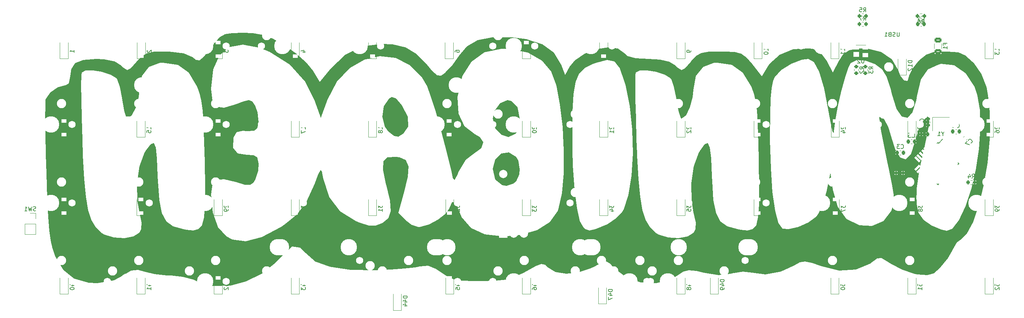
<source format=gbr>
%TF.GenerationSoftware,KiCad,Pcbnew,(5.99.0-11145-g173c9a974c)*%
%TF.CreationDate,2021-07-27T16:02:07-07:00*%
%TF.ProjectId,minibaen r2,6d696e69-6261-4656-9e20-72322e6b6963,rev?*%
%TF.SameCoordinates,Original*%
%TF.FileFunction,Legend,Bot*%
%TF.FilePolarity,Positive*%
%FSLAX46Y46*%
G04 Gerber Fmt 4.6, Leading zero omitted, Abs format (unit mm)*
G04 Created by KiCad (PCBNEW (5.99.0-11145-g173c9a974c)) date 2021-07-27 16:02:07*
%MOMM*%
%LPD*%
G01*
G04 APERTURE LIST*
G04 Aperture macros list*
%AMRoundRect*
0 Rectangle with rounded corners*
0 $1 Rounding radius*
0 $2 $3 $4 $5 $6 $7 $8 $9 X,Y pos of 4 corners*
0 Add a 4 corners polygon primitive as box body*
4,1,4,$2,$3,$4,$5,$6,$7,$8,$9,$2,$3,0*
0 Add four circle primitives for the rounded corners*
1,1,$1+$1,$2,$3*
1,1,$1+$1,$4,$5*
1,1,$1+$1,$6,$7*
1,1,$1+$1,$8,$9*
0 Add four rect primitives between the rounded corners*
20,1,$1+$1,$2,$3,$4,$5,0*
20,1,$1+$1,$4,$5,$6,$7,0*
20,1,$1+$1,$6,$7,$8,$9,0*
20,1,$1+$1,$8,$9,$2,$3,0*%
%AMRotRect*
0 Rectangle, with rotation*
0 The origin of the aperture is its center*
0 $1 length*
0 $2 width*
0 $3 Rotation angle, in degrees counterclockwise*
0 Add horizontal line*
21,1,$1,$2,0,0,$3*%
G04 Aperture macros list end*
%ADD10C,0.150000*%
%ADD11C,0.120000*%
%ADD12R,1.700000X1.700000*%
%ADD13O,1.700000X1.700000*%
%ADD14C,3.987800*%
%ADD15C,1.750000*%
%ADD16C,2.250000*%
%ADD17R,2.000000X2.000000*%
%ADD18C,2.000000*%
%ADD19C,3.048000*%
%ADD20C,3.800000*%
%ADD21R,1.200000X0.900000*%
%ADD22RoundRect,0.225000X0.225000X0.250000X-0.225000X0.250000X-0.225000X-0.250000X0.225000X-0.250000X0*%
%ADD23R,1.400000X1.200000*%
%ADD24R,1.400000X1.000000*%
%ADD25RoundRect,0.200000X0.200000X0.275000X-0.200000X0.275000X-0.200000X-0.275000X0.200000X-0.275000X0*%
%ADD26C,0.650000*%
%ADD27R,0.600000X1.450000*%
%ADD28R,0.300000X1.450000*%
%ADD29RoundRect,0.200000X0.275000X-0.200000X0.275000X0.200000X-0.275000X0.200000X-0.275000X-0.200000X0*%
%ADD30RotRect,1.600000X0.550000X225.000000*%
%ADD31RotRect,1.600000X0.550000X135.000000*%
%ADD32RoundRect,0.200000X-0.200000X-0.275000X0.200000X-0.275000X0.200000X0.275000X-0.200000X0.275000X0*%
%ADD33RoundRect,0.250000X0.625000X-0.375000X0.625000X0.375000X-0.625000X0.375000X-0.625000X-0.375000X0*%
%ADD34RoundRect,0.225000X0.017678X-0.335876X0.335876X-0.017678X-0.017678X0.335876X-0.335876X0.017678X0*%
%ADD35RoundRect,0.225000X-0.250000X0.225000X-0.250000X-0.225000X0.250000X-0.225000X0.250000X0.225000X0*%
G04 APERTURE END LIST*
D10*
%TO.C,SW1*%
X33633333Y-78074761D02*
X33490476Y-78122380D01*
X33252380Y-78122380D01*
X33157142Y-78074761D01*
X33109523Y-78027142D01*
X33061904Y-77931904D01*
X33061904Y-77836666D01*
X33109523Y-77741428D01*
X33157142Y-77693809D01*
X33252380Y-77646190D01*
X33442857Y-77598571D01*
X33538095Y-77550952D01*
X33585714Y-77503333D01*
X33633333Y-77408095D01*
X33633333Y-77312857D01*
X33585714Y-77217619D01*
X33538095Y-77170000D01*
X33442857Y-77122380D01*
X33204761Y-77122380D01*
X33061904Y-77170000D01*
X32728571Y-77122380D02*
X32490476Y-78122380D01*
X32300000Y-77408095D01*
X32109523Y-78122380D01*
X31871428Y-77122380D01*
X30966666Y-78122380D02*
X31538095Y-78122380D01*
X31252380Y-78122380D02*
X31252380Y-77122380D01*
X31347619Y-77265238D01*
X31442857Y-77360476D01*
X31538095Y-77408095D01*
%TO.C,D16*%
X80252380Y-56725814D02*
X79252380Y-56725814D01*
X79252380Y-56963909D01*
X79300000Y-57106766D01*
X79395238Y-57202004D01*
X79490476Y-57249623D01*
X79680952Y-57297242D01*
X79823809Y-57297242D01*
X80014285Y-57249623D01*
X80109523Y-57202004D01*
X80204761Y-57106766D01*
X80252380Y-56963909D01*
X80252380Y-56725814D01*
X80252380Y-58249623D02*
X80252380Y-57678195D01*
X80252380Y-57963909D02*
X79252380Y-57963909D01*
X79395238Y-57868671D01*
X79490476Y-57773433D01*
X79538095Y-57678195D01*
X79252380Y-59106766D02*
X79252380Y-58916290D01*
X79300000Y-58821052D01*
X79347619Y-58773433D01*
X79490476Y-58678195D01*
X79680952Y-58630576D01*
X80061904Y-58630576D01*
X80157142Y-58678195D01*
X80204761Y-58725814D01*
X80252380Y-58821052D01*
X80252380Y-59011528D01*
X80204761Y-59106766D01*
X80157142Y-59154385D01*
X80061904Y-59202004D01*
X79823809Y-59202004D01*
X79728571Y-59154385D01*
X79680952Y-59106766D01*
X79633333Y-59011528D01*
X79633333Y-58821052D01*
X79680952Y-58725814D01*
X79728571Y-58678195D01*
X79823809Y-58630576D01*
%TO.C,D33*%
X154952380Y-75774614D02*
X153952380Y-75774614D01*
X153952380Y-76012709D01*
X154000000Y-76155566D01*
X154095238Y-76250804D01*
X154190476Y-76298423D01*
X154380952Y-76346042D01*
X154523809Y-76346042D01*
X154714285Y-76298423D01*
X154809523Y-76250804D01*
X154904761Y-76155566D01*
X154952380Y-76012709D01*
X154952380Y-75774614D01*
X153952380Y-76679376D02*
X153952380Y-77298423D01*
X154333333Y-76965090D01*
X154333333Y-77107947D01*
X154380952Y-77203185D01*
X154428571Y-77250804D01*
X154523809Y-77298423D01*
X154761904Y-77298423D01*
X154857142Y-77250804D01*
X154904761Y-77203185D01*
X154952380Y-77107947D01*
X154952380Y-76822233D01*
X154904761Y-76726995D01*
X154857142Y-76679376D01*
X153952380Y-77631757D02*
X153952380Y-78250804D01*
X154333333Y-77917471D01*
X154333333Y-78060328D01*
X154380952Y-78155566D01*
X154428571Y-78203185D01*
X154523809Y-78250804D01*
X154761904Y-78250804D01*
X154857142Y-78203185D01*
X154904761Y-78155566D01*
X154952380Y-78060328D01*
X154952380Y-77774614D01*
X154904761Y-77679376D01*
X154857142Y-77631757D01*
%TO.C,D28*%
X61552380Y-75774614D02*
X60552380Y-75774614D01*
X60552380Y-76012709D01*
X60600000Y-76155566D01*
X60695238Y-76250804D01*
X60790476Y-76298423D01*
X60980952Y-76346042D01*
X61123809Y-76346042D01*
X61314285Y-76298423D01*
X61409523Y-76250804D01*
X61504761Y-76155566D01*
X61552380Y-76012709D01*
X61552380Y-75774614D01*
X60647619Y-76726995D02*
X60600000Y-76774614D01*
X60552380Y-76869852D01*
X60552380Y-77107947D01*
X60600000Y-77203185D01*
X60647619Y-77250804D01*
X60742857Y-77298423D01*
X60838095Y-77298423D01*
X60980952Y-77250804D01*
X61552380Y-76679376D01*
X61552380Y-77298423D01*
X60980952Y-77869852D02*
X60933333Y-77774614D01*
X60885714Y-77726995D01*
X60790476Y-77679376D01*
X60742857Y-77679376D01*
X60647619Y-77726995D01*
X60600000Y-77774614D01*
X60552380Y-77869852D01*
X60552380Y-78060328D01*
X60600000Y-78155566D01*
X60647619Y-78203185D01*
X60742857Y-78250804D01*
X60790476Y-78250804D01*
X60885714Y-78203185D01*
X60933333Y-78155566D01*
X60980952Y-78060328D01*
X60980952Y-77869852D01*
X61028571Y-77774614D01*
X61076190Y-77726995D01*
X61171428Y-77679376D01*
X61361904Y-77679376D01*
X61457142Y-77726995D01*
X61504761Y-77774614D01*
X61552380Y-77869852D01*
X61552380Y-78060328D01*
X61504761Y-78155566D01*
X61457142Y-78203185D01*
X61361904Y-78250804D01*
X61171428Y-78250804D01*
X61076190Y-78203185D01*
X61028571Y-78155566D01*
X60980952Y-78060328D01*
%TO.C,D22*%
X192352380Y-56725814D02*
X191352380Y-56725814D01*
X191352380Y-56963909D01*
X191400000Y-57106766D01*
X191495238Y-57202004D01*
X191590476Y-57249623D01*
X191780952Y-57297242D01*
X191923809Y-57297242D01*
X192114285Y-57249623D01*
X192209523Y-57202004D01*
X192304761Y-57106766D01*
X192352380Y-56963909D01*
X192352380Y-56725814D01*
X191447619Y-57678195D02*
X191400000Y-57725814D01*
X191352380Y-57821052D01*
X191352380Y-58059147D01*
X191400000Y-58154385D01*
X191447619Y-58202004D01*
X191542857Y-58249623D01*
X191638095Y-58249623D01*
X191780952Y-58202004D01*
X192352380Y-57630576D01*
X192352380Y-58249623D01*
X191447619Y-58630576D02*
X191400000Y-58678195D01*
X191352380Y-58773433D01*
X191352380Y-59011528D01*
X191400000Y-59106766D01*
X191447619Y-59154385D01*
X191542857Y-59202004D01*
X191638095Y-59202004D01*
X191780952Y-59154385D01*
X192352380Y-58582957D01*
X192352380Y-59202004D01*
%TO.C,D7*%
X154952380Y-38153204D02*
X153952380Y-38153204D01*
X153952380Y-38391300D01*
X154000000Y-38534157D01*
X154095238Y-38629395D01*
X154190476Y-38677014D01*
X154380952Y-38724633D01*
X154523809Y-38724633D01*
X154714285Y-38677014D01*
X154809523Y-38629395D01*
X154904761Y-38534157D01*
X154952380Y-38391300D01*
X154952380Y-38153204D01*
X153952380Y-39057966D02*
X153952380Y-39724633D01*
X154952380Y-39296061D01*
%TO.C,C4*%
X256766666Y-57827142D02*
X256814285Y-57874761D01*
X256957142Y-57922380D01*
X257052380Y-57922380D01*
X257195238Y-57874761D01*
X257290476Y-57779523D01*
X257338095Y-57684285D01*
X257385714Y-57493809D01*
X257385714Y-57350952D01*
X257338095Y-57160476D01*
X257290476Y-57065238D01*
X257195238Y-56970000D01*
X257052380Y-56922380D01*
X256957142Y-56922380D01*
X256814285Y-56970000D01*
X256766666Y-57017619D01*
X255909523Y-57255714D02*
X255909523Y-57922380D01*
X256147619Y-56874761D02*
X256385714Y-57589047D01*
X255766666Y-57589047D01*
%TO.C,D27*%
X42952380Y-75774614D02*
X41952380Y-75774614D01*
X41952380Y-76012709D01*
X42000000Y-76155566D01*
X42095238Y-76250804D01*
X42190476Y-76298423D01*
X42380952Y-76346042D01*
X42523809Y-76346042D01*
X42714285Y-76298423D01*
X42809523Y-76250804D01*
X42904761Y-76155566D01*
X42952380Y-76012709D01*
X42952380Y-75774614D01*
X42047619Y-76726995D02*
X42000000Y-76774614D01*
X41952380Y-76869852D01*
X41952380Y-77107947D01*
X42000000Y-77203185D01*
X42047619Y-77250804D01*
X42142857Y-77298423D01*
X42238095Y-77298423D01*
X42380952Y-77250804D01*
X42952380Y-76679376D01*
X42952380Y-77298423D01*
X41952380Y-77631757D02*
X41952380Y-78298423D01*
X42952380Y-77869852D01*
%TO.C,D40*%
X42952380Y-94823414D02*
X41952380Y-94823414D01*
X41952380Y-95061509D01*
X42000000Y-95204366D01*
X42095238Y-95299604D01*
X42190476Y-95347223D01*
X42380952Y-95394842D01*
X42523809Y-95394842D01*
X42714285Y-95347223D01*
X42809523Y-95299604D01*
X42904761Y-95204366D01*
X42952380Y-95061509D01*
X42952380Y-94823414D01*
X42285714Y-96251985D02*
X42952380Y-96251985D01*
X41904761Y-96013890D02*
X42619047Y-95775795D01*
X42619047Y-96394842D01*
X41952380Y-96966271D02*
X41952380Y-97061509D01*
X42000000Y-97156747D01*
X42047619Y-97204366D01*
X42142857Y-97251985D01*
X42333333Y-97299604D01*
X42571428Y-97299604D01*
X42761904Y-97251985D01*
X42857142Y-97204366D01*
X42904761Y-97156747D01*
X42952380Y-97061509D01*
X42952380Y-96966271D01*
X42904761Y-96871033D01*
X42857142Y-96823414D01*
X42761904Y-96775795D01*
X42571428Y-96728176D01*
X42333333Y-96728176D01*
X42142857Y-96775795D01*
X42047619Y-96823414D01*
X42000000Y-96871033D01*
X41952380Y-96966271D01*
%TO.C,D14*%
X42952380Y-56725814D02*
X41952380Y-56725814D01*
X41952380Y-56963909D01*
X42000000Y-57106766D01*
X42095238Y-57202004D01*
X42190476Y-57249623D01*
X42380952Y-57297242D01*
X42523809Y-57297242D01*
X42714285Y-57249623D01*
X42809523Y-57202004D01*
X42904761Y-57106766D01*
X42952380Y-56963909D01*
X42952380Y-56725814D01*
X42952380Y-58249623D02*
X42952380Y-57678195D01*
X42952380Y-57963909D02*
X41952380Y-57963909D01*
X42095238Y-57868671D01*
X42190476Y-57773433D01*
X42238095Y-57678195D01*
X42285714Y-59106766D02*
X42952380Y-59106766D01*
X41904761Y-58868671D02*
X42619047Y-58630576D01*
X42619047Y-59249623D01*
%TO.C,U2*%
X234281904Y-41232380D02*
X234281904Y-42041904D01*
X234234285Y-42137142D01*
X234186666Y-42184761D01*
X234091428Y-42232380D01*
X233900952Y-42232380D01*
X233805714Y-42184761D01*
X233758095Y-42137142D01*
X233710476Y-42041904D01*
X233710476Y-41232380D01*
X233281904Y-41327619D02*
X233234285Y-41280000D01*
X233139047Y-41232380D01*
X232900952Y-41232380D01*
X232805714Y-41280000D01*
X232758095Y-41327619D01*
X232710476Y-41422857D01*
X232710476Y-41518095D01*
X232758095Y-41660952D01*
X233329523Y-42232380D01*
X232710476Y-42232380D01*
%TO.C,D39*%
X267052380Y-75774614D02*
X266052380Y-75774614D01*
X266052380Y-76012709D01*
X266100000Y-76155566D01*
X266195238Y-76250804D01*
X266290476Y-76298423D01*
X266480952Y-76346042D01*
X266623809Y-76346042D01*
X266814285Y-76298423D01*
X266909523Y-76250804D01*
X267004761Y-76155566D01*
X267052380Y-76012709D01*
X267052380Y-75774614D01*
X266052380Y-76679376D02*
X266052380Y-77298423D01*
X266433333Y-76965090D01*
X266433333Y-77107947D01*
X266480952Y-77203185D01*
X266528571Y-77250804D01*
X266623809Y-77298423D01*
X266861904Y-77298423D01*
X266957142Y-77250804D01*
X267004761Y-77203185D01*
X267052380Y-77107947D01*
X267052380Y-76822233D01*
X267004761Y-76726995D01*
X266957142Y-76679376D01*
X267052380Y-77774614D02*
X267052380Y-77965090D01*
X267004761Y-78060328D01*
X266957142Y-78107947D01*
X266814285Y-78203185D01*
X266623809Y-78250804D01*
X266242857Y-78250804D01*
X266147619Y-78203185D01*
X266100000Y-78155566D01*
X266052380Y-78060328D01*
X266052380Y-77869852D01*
X266100000Y-77774614D01*
X266147619Y-77726995D01*
X266242857Y-77679376D01*
X266480952Y-77679376D01*
X266576190Y-77726995D01*
X266623809Y-77774614D01*
X266671428Y-77869852D01*
X266671428Y-78060328D01*
X266623809Y-78155566D01*
X266576190Y-78203185D01*
X266480952Y-78250804D01*
%TO.C,R7*%
X234166666Y-31822380D02*
X234500000Y-31346190D01*
X234738095Y-31822380D02*
X234738095Y-30822380D01*
X234357142Y-30822380D01*
X234261904Y-30870000D01*
X234214285Y-30917619D01*
X234166666Y-31012857D01*
X234166666Y-31155714D01*
X234214285Y-31250952D01*
X234261904Y-31298571D01*
X234357142Y-31346190D01*
X234738095Y-31346190D01*
X233833333Y-30822380D02*
X233166666Y-30822380D01*
X233595238Y-31822380D01*
%TO.C,D49*%
X200452380Y-94823414D02*
X199452380Y-94823414D01*
X199452380Y-95061509D01*
X199500000Y-95204366D01*
X199595238Y-95299604D01*
X199690476Y-95347223D01*
X199880952Y-95394842D01*
X200023809Y-95394842D01*
X200214285Y-95347223D01*
X200309523Y-95299604D01*
X200404761Y-95204366D01*
X200452380Y-95061509D01*
X200452380Y-94823414D01*
X199785714Y-96251985D02*
X200452380Y-96251985D01*
X199404761Y-96013890D02*
X200119047Y-95775795D01*
X200119047Y-96394842D01*
X200452380Y-96823414D02*
X200452380Y-97013890D01*
X200404761Y-97109128D01*
X200357142Y-97156747D01*
X200214285Y-97251985D01*
X200023809Y-97299604D01*
X199642857Y-97299604D01*
X199547619Y-97251985D01*
X199500000Y-97204366D01*
X199452380Y-97109128D01*
X199452380Y-96918652D01*
X199500000Y-96823414D01*
X199547619Y-96775795D01*
X199642857Y-96728176D01*
X199880952Y-96728176D01*
X199976190Y-96775795D01*
X200023809Y-96823414D01*
X200071428Y-96918652D01*
X200071428Y-97109128D01*
X200023809Y-97204366D01*
X199976190Y-97251985D01*
X199880952Y-97299604D01*
%TO.C,R4*%
X260466666Y-70222380D02*
X260800000Y-69746190D01*
X261038095Y-70222380D02*
X261038095Y-69222380D01*
X260657142Y-69222380D01*
X260561904Y-69270000D01*
X260514285Y-69317619D01*
X260466666Y-69412857D01*
X260466666Y-69555714D01*
X260514285Y-69650952D01*
X260561904Y-69698571D01*
X260657142Y-69746190D01*
X261038095Y-69746190D01*
X259609523Y-69555714D02*
X259609523Y-70222380D01*
X259847619Y-69174761D02*
X260085714Y-69889047D01*
X259466666Y-69889047D01*
%TO.C,C6*%
X249066666Y-58427142D02*
X249114285Y-58474761D01*
X249257142Y-58522380D01*
X249352380Y-58522380D01*
X249495238Y-58474761D01*
X249590476Y-58379523D01*
X249638095Y-58284285D01*
X249685714Y-58093809D01*
X249685714Y-57950952D01*
X249638095Y-57760476D01*
X249590476Y-57665238D01*
X249495238Y-57570000D01*
X249352380Y-57522380D01*
X249257142Y-57522380D01*
X249114285Y-57570000D01*
X249066666Y-57617619D01*
X248209523Y-57522380D02*
X248400000Y-57522380D01*
X248495238Y-57570000D01*
X248542857Y-57617619D01*
X248638095Y-57760476D01*
X248685714Y-57950952D01*
X248685714Y-58331904D01*
X248638095Y-58427142D01*
X248590476Y-58474761D01*
X248495238Y-58522380D01*
X248304761Y-58522380D01*
X248209523Y-58474761D01*
X248161904Y-58427142D01*
X248114285Y-58331904D01*
X248114285Y-58093809D01*
X248161904Y-57998571D01*
X248209523Y-57950952D01*
X248304761Y-57903333D01*
X248495238Y-57903333D01*
X248590476Y-57950952D01*
X248638095Y-57998571D01*
X248685714Y-58093809D01*
%TO.C,D36*%
X211052380Y-75774614D02*
X210052380Y-75774614D01*
X210052380Y-76012709D01*
X210100000Y-76155566D01*
X210195238Y-76250804D01*
X210290476Y-76298423D01*
X210480952Y-76346042D01*
X210623809Y-76346042D01*
X210814285Y-76298423D01*
X210909523Y-76250804D01*
X211004761Y-76155566D01*
X211052380Y-76012709D01*
X211052380Y-75774614D01*
X210052380Y-76679376D02*
X210052380Y-77298423D01*
X210433333Y-76965090D01*
X210433333Y-77107947D01*
X210480952Y-77203185D01*
X210528571Y-77250804D01*
X210623809Y-77298423D01*
X210861904Y-77298423D01*
X210957142Y-77250804D01*
X211004761Y-77203185D01*
X211052380Y-77107947D01*
X211052380Y-76822233D01*
X211004761Y-76726995D01*
X210957142Y-76679376D01*
X210052380Y-78155566D02*
X210052380Y-77965090D01*
X210100000Y-77869852D01*
X210147619Y-77822233D01*
X210290476Y-77726995D01*
X210480952Y-77679376D01*
X210861904Y-77679376D01*
X210957142Y-77726995D01*
X211004761Y-77774614D01*
X211052380Y-77869852D01*
X211052380Y-78060328D01*
X211004761Y-78155566D01*
X210957142Y-78203185D01*
X210861904Y-78250804D01*
X210623809Y-78250804D01*
X210528571Y-78203185D01*
X210480952Y-78155566D01*
X210433333Y-78060328D01*
X210433333Y-77869852D01*
X210480952Y-77774614D01*
X210528571Y-77726995D01*
X210623809Y-77679376D01*
%TO.C,D23*%
X211052380Y-56725814D02*
X210052380Y-56725814D01*
X210052380Y-56963909D01*
X210100000Y-57106766D01*
X210195238Y-57202004D01*
X210290476Y-57249623D01*
X210480952Y-57297242D01*
X210623809Y-57297242D01*
X210814285Y-57249623D01*
X210909523Y-57202004D01*
X211004761Y-57106766D01*
X211052380Y-56963909D01*
X211052380Y-56725814D01*
X210147619Y-57678195D02*
X210100000Y-57725814D01*
X210052380Y-57821052D01*
X210052380Y-58059147D01*
X210100000Y-58154385D01*
X210147619Y-58202004D01*
X210242857Y-58249623D01*
X210338095Y-58249623D01*
X210480952Y-58202004D01*
X211052380Y-57630576D01*
X211052380Y-58249623D01*
X210052380Y-58582957D02*
X210052380Y-59202004D01*
X210433333Y-58868671D01*
X210433333Y-59011528D01*
X210480952Y-59106766D01*
X210528571Y-59154385D01*
X210623809Y-59202004D01*
X210861904Y-59202004D01*
X210957142Y-59154385D01*
X211004761Y-59106766D01*
X211052380Y-59011528D01*
X211052380Y-58725814D01*
X211004761Y-58630576D01*
X210957142Y-58582957D01*
%TO.C,D5*%
X117652380Y-38153204D02*
X116652380Y-38153204D01*
X116652380Y-38391300D01*
X116700000Y-38534157D01*
X116795238Y-38629395D01*
X116890476Y-38677014D01*
X117080952Y-38724633D01*
X117223809Y-38724633D01*
X117414285Y-38677014D01*
X117509523Y-38629395D01*
X117604761Y-38534157D01*
X117652380Y-38391300D01*
X117652380Y-38153204D01*
X116652380Y-39629395D02*
X116652380Y-39153204D01*
X117128571Y-39105585D01*
X117080952Y-39153204D01*
X117033333Y-39248442D01*
X117033333Y-39486538D01*
X117080952Y-39581776D01*
X117128571Y-39629395D01*
X117223809Y-39677014D01*
X117461904Y-39677014D01*
X117557142Y-39629395D01*
X117604761Y-39581776D01*
X117652380Y-39486538D01*
X117652380Y-39248442D01*
X117604761Y-39153204D01*
X117557142Y-39105585D01*
%TO.C,USB1*%
X242856095Y-34779880D02*
X242856095Y-35589404D01*
X242808476Y-35684642D01*
X242760857Y-35732261D01*
X242665619Y-35779880D01*
X242475142Y-35779880D01*
X242379904Y-35732261D01*
X242332285Y-35684642D01*
X242284666Y-35589404D01*
X242284666Y-34779880D01*
X241856095Y-35732261D02*
X241713238Y-35779880D01*
X241475142Y-35779880D01*
X241379904Y-35732261D01*
X241332285Y-35684642D01*
X241284666Y-35589404D01*
X241284666Y-35494166D01*
X241332285Y-35398928D01*
X241379904Y-35351309D01*
X241475142Y-35303690D01*
X241665619Y-35256071D01*
X241760857Y-35208452D01*
X241808476Y-35160833D01*
X241856095Y-35065595D01*
X241856095Y-34970357D01*
X241808476Y-34875119D01*
X241760857Y-34827500D01*
X241665619Y-34779880D01*
X241427523Y-34779880D01*
X241284666Y-34827500D01*
X240522761Y-35256071D02*
X240379904Y-35303690D01*
X240332285Y-35351309D01*
X240284666Y-35446547D01*
X240284666Y-35589404D01*
X240332285Y-35684642D01*
X240379904Y-35732261D01*
X240475142Y-35779880D01*
X240856095Y-35779880D01*
X240856095Y-34779880D01*
X240522761Y-34779880D01*
X240427523Y-34827500D01*
X240379904Y-34875119D01*
X240332285Y-34970357D01*
X240332285Y-35065595D01*
X240379904Y-35160833D01*
X240427523Y-35208452D01*
X240522761Y-35256071D01*
X240856095Y-35256071D01*
X239332285Y-35779880D02*
X239903714Y-35779880D01*
X239618000Y-35779880D02*
X239618000Y-34779880D01*
X239713238Y-34922738D01*
X239808476Y-35017976D01*
X239903714Y-35065595D01*
%TO.C,D6*%
X136252380Y-38153204D02*
X135252380Y-38153204D01*
X135252380Y-38391300D01*
X135300000Y-38534157D01*
X135395238Y-38629395D01*
X135490476Y-38677014D01*
X135680952Y-38724633D01*
X135823809Y-38724633D01*
X136014285Y-38677014D01*
X136109523Y-38629395D01*
X136204761Y-38534157D01*
X136252380Y-38391300D01*
X136252380Y-38153204D01*
X135252380Y-39581776D02*
X135252380Y-39391300D01*
X135300000Y-39296061D01*
X135347619Y-39248442D01*
X135490476Y-39153204D01*
X135680952Y-39105585D01*
X136061904Y-39105585D01*
X136157142Y-39153204D01*
X136204761Y-39200823D01*
X136252380Y-39296061D01*
X136252380Y-39486538D01*
X136204761Y-39581776D01*
X136157142Y-39629395D01*
X136061904Y-39677014D01*
X135823809Y-39677014D01*
X135728571Y-39629395D01*
X135680952Y-39581776D01*
X135633333Y-39486538D01*
X135633333Y-39296061D01*
X135680952Y-39200823D01*
X135728571Y-39153204D01*
X135823809Y-39105585D01*
%TO.C,D18*%
X117652380Y-56725814D02*
X116652380Y-56725814D01*
X116652380Y-56963909D01*
X116700000Y-57106766D01*
X116795238Y-57202004D01*
X116890476Y-57249623D01*
X117080952Y-57297242D01*
X117223809Y-57297242D01*
X117414285Y-57249623D01*
X117509523Y-57202004D01*
X117604761Y-57106766D01*
X117652380Y-56963909D01*
X117652380Y-56725814D01*
X117652380Y-58249623D02*
X117652380Y-57678195D01*
X117652380Y-57963909D02*
X116652380Y-57963909D01*
X116795238Y-57868671D01*
X116890476Y-57773433D01*
X116938095Y-57678195D01*
X117080952Y-58821052D02*
X117033333Y-58725814D01*
X116985714Y-58678195D01*
X116890476Y-58630576D01*
X116842857Y-58630576D01*
X116747619Y-58678195D01*
X116700000Y-58725814D01*
X116652380Y-58821052D01*
X116652380Y-59011528D01*
X116700000Y-59106766D01*
X116747619Y-59154385D01*
X116842857Y-59202004D01*
X116890476Y-59202004D01*
X116985714Y-59154385D01*
X117033333Y-59106766D01*
X117080952Y-59011528D01*
X117080952Y-58821052D01*
X117128571Y-58725814D01*
X117176190Y-58678195D01*
X117271428Y-58630576D01*
X117461904Y-58630576D01*
X117557142Y-58678195D01*
X117604761Y-58725814D01*
X117652380Y-58821052D01*
X117652380Y-59011528D01*
X117604761Y-59106766D01*
X117557142Y-59154385D01*
X117461904Y-59202004D01*
X117271428Y-59202004D01*
X117176190Y-59154385D01*
X117128571Y-59106766D01*
X117080952Y-59011528D01*
%TO.C,D10*%
X211052380Y-37677014D02*
X210052380Y-37677014D01*
X210052380Y-37915109D01*
X210100000Y-38057966D01*
X210195238Y-38153204D01*
X210290476Y-38200823D01*
X210480952Y-38248442D01*
X210623809Y-38248442D01*
X210814285Y-38200823D01*
X210909523Y-38153204D01*
X211004761Y-38057966D01*
X211052380Y-37915109D01*
X211052380Y-37677014D01*
X211052380Y-39200823D02*
X211052380Y-38629395D01*
X211052380Y-38915109D02*
X210052380Y-38915109D01*
X210195238Y-38819871D01*
X210290476Y-38724633D01*
X210338095Y-38629395D01*
X210052380Y-39819871D02*
X210052380Y-39915109D01*
X210100000Y-40010347D01*
X210147619Y-40057966D01*
X210242857Y-40105585D01*
X210433333Y-40153204D01*
X210671428Y-40153204D01*
X210861904Y-40105585D01*
X210957142Y-40057966D01*
X211004761Y-40010347D01*
X211052380Y-39915109D01*
X211052380Y-39819871D01*
X211004761Y-39724633D01*
X210957142Y-39677014D01*
X210861904Y-39629395D01*
X210671428Y-39581776D01*
X210433333Y-39581776D01*
X210242857Y-39629395D01*
X210147619Y-39677014D01*
X210100000Y-39724633D01*
X210052380Y-39819871D01*
%TO.C,Y1*%
X253376190Y-59426190D02*
X253376190Y-59902380D01*
X253709523Y-58902380D02*
X253376190Y-59426190D01*
X253042857Y-58902380D01*
X252185714Y-59902380D02*
X252757142Y-59902380D01*
X252471428Y-59902380D02*
X252471428Y-58902380D01*
X252566666Y-59045238D01*
X252661904Y-59140476D01*
X252757142Y-59188095D01*
%TO.C,D3*%
X80252380Y-38153204D02*
X79252380Y-38153204D01*
X79252380Y-38391300D01*
X79300000Y-38534157D01*
X79395238Y-38629395D01*
X79490476Y-38677014D01*
X79680952Y-38724633D01*
X79823809Y-38724633D01*
X80014285Y-38677014D01*
X80109523Y-38629395D01*
X80204761Y-38534157D01*
X80252380Y-38391300D01*
X80252380Y-38153204D01*
X79252380Y-39057966D02*
X79252380Y-39677014D01*
X79633333Y-39343680D01*
X79633333Y-39486538D01*
X79680952Y-39581776D01*
X79728571Y-39629395D01*
X79823809Y-39677014D01*
X80061904Y-39677014D01*
X80157142Y-39629395D01*
X80204761Y-39581776D01*
X80252380Y-39486538D01*
X80252380Y-39200823D01*
X80204761Y-39105585D01*
X80157142Y-39057966D01*
%TO.C,D29*%
X80252380Y-75774614D02*
X79252380Y-75774614D01*
X79252380Y-76012709D01*
X79300000Y-76155566D01*
X79395238Y-76250804D01*
X79490476Y-76298423D01*
X79680952Y-76346042D01*
X79823809Y-76346042D01*
X80014285Y-76298423D01*
X80109523Y-76250804D01*
X80204761Y-76155566D01*
X80252380Y-76012709D01*
X80252380Y-75774614D01*
X79347619Y-76726995D02*
X79300000Y-76774614D01*
X79252380Y-76869852D01*
X79252380Y-77107947D01*
X79300000Y-77203185D01*
X79347619Y-77250804D01*
X79442857Y-77298423D01*
X79538095Y-77298423D01*
X79680952Y-77250804D01*
X80252380Y-76679376D01*
X80252380Y-77298423D01*
X80252380Y-77774614D02*
X80252380Y-77965090D01*
X80204761Y-78060328D01*
X80157142Y-78107947D01*
X80014285Y-78203185D01*
X79823809Y-78250804D01*
X79442857Y-78250804D01*
X79347619Y-78203185D01*
X79300000Y-78155566D01*
X79252380Y-78060328D01*
X79252380Y-77869852D01*
X79300000Y-77774614D01*
X79347619Y-77726995D01*
X79442857Y-77679376D01*
X79680952Y-77679376D01*
X79776190Y-77726995D01*
X79823809Y-77774614D01*
X79871428Y-77869852D01*
X79871428Y-78060328D01*
X79823809Y-78155566D01*
X79776190Y-78203185D01*
X79680952Y-78250804D01*
%TO.C,R3*%
X236482380Y-43733333D02*
X236006190Y-43400000D01*
X236482380Y-43161904D02*
X235482380Y-43161904D01*
X235482380Y-43542857D01*
X235530000Y-43638095D01*
X235577619Y-43685714D01*
X235672857Y-43733333D01*
X235815714Y-43733333D01*
X235910952Y-43685714D01*
X235958571Y-43638095D01*
X236006190Y-43542857D01*
X236006190Y-43161904D01*
X235482380Y-44066666D02*
X235482380Y-44685714D01*
X235863333Y-44352380D01*
X235863333Y-44495238D01*
X235910952Y-44590476D01*
X235958571Y-44638095D01*
X236053809Y-44685714D01*
X236291904Y-44685714D01*
X236387142Y-44638095D01*
X236434761Y-44590476D01*
X236482380Y-44495238D01*
X236482380Y-44209523D01*
X236434761Y-44114285D01*
X236387142Y-44066666D01*
%TO.C,D25*%
X248352380Y-56725814D02*
X247352380Y-56725814D01*
X247352380Y-56963909D01*
X247400000Y-57106766D01*
X247495238Y-57202004D01*
X247590476Y-57249623D01*
X247780952Y-57297242D01*
X247923809Y-57297242D01*
X248114285Y-57249623D01*
X248209523Y-57202004D01*
X248304761Y-57106766D01*
X248352380Y-56963909D01*
X248352380Y-56725814D01*
X247447619Y-57678195D02*
X247400000Y-57725814D01*
X247352380Y-57821052D01*
X247352380Y-58059147D01*
X247400000Y-58154385D01*
X247447619Y-58202004D01*
X247542857Y-58249623D01*
X247638095Y-58249623D01*
X247780952Y-58202004D01*
X248352380Y-57630576D01*
X248352380Y-58249623D01*
X247352380Y-59154385D02*
X247352380Y-58678195D01*
X247828571Y-58630576D01*
X247780952Y-58678195D01*
X247733333Y-58773433D01*
X247733333Y-59011528D01*
X247780952Y-59106766D01*
X247828571Y-59154385D01*
X247923809Y-59202004D01*
X248161904Y-59202004D01*
X248257142Y-59154385D01*
X248304761Y-59106766D01*
X248352380Y-59011528D01*
X248352380Y-58773433D01*
X248304761Y-58678195D01*
X248257142Y-58630576D01*
%TO.C,D2*%
X61652380Y-38153204D02*
X60652380Y-38153204D01*
X60652380Y-38391300D01*
X60700000Y-38534157D01*
X60795238Y-38629395D01*
X60890476Y-38677014D01*
X61080952Y-38724633D01*
X61223809Y-38724633D01*
X61414285Y-38677014D01*
X61509523Y-38629395D01*
X61604761Y-38534157D01*
X61652380Y-38391300D01*
X61652380Y-38153204D01*
X60747619Y-39105585D02*
X60700000Y-39153204D01*
X60652380Y-39248442D01*
X60652380Y-39486538D01*
X60700000Y-39581776D01*
X60747619Y-39629395D01*
X60842857Y-39677014D01*
X60938095Y-39677014D01*
X61080952Y-39629395D01*
X61652380Y-39057966D01*
X61652380Y-39677014D01*
%TO.C,D30*%
X98952380Y-75774614D02*
X97952380Y-75774614D01*
X97952380Y-76012709D01*
X98000000Y-76155566D01*
X98095238Y-76250804D01*
X98190476Y-76298423D01*
X98380952Y-76346042D01*
X98523809Y-76346042D01*
X98714285Y-76298423D01*
X98809523Y-76250804D01*
X98904761Y-76155566D01*
X98952380Y-76012709D01*
X98952380Y-75774614D01*
X97952380Y-76679376D02*
X97952380Y-77298423D01*
X98333333Y-76965090D01*
X98333333Y-77107947D01*
X98380952Y-77203185D01*
X98428571Y-77250804D01*
X98523809Y-77298423D01*
X98761904Y-77298423D01*
X98857142Y-77250804D01*
X98904761Y-77203185D01*
X98952380Y-77107947D01*
X98952380Y-76822233D01*
X98904761Y-76726995D01*
X98857142Y-76679376D01*
X97952380Y-77917471D02*
X97952380Y-78012709D01*
X98000000Y-78107947D01*
X98047619Y-78155566D01*
X98142857Y-78203185D01*
X98333333Y-78250804D01*
X98571428Y-78250804D01*
X98761904Y-78203185D01*
X98857142Y-78155566D01*
X98904761Y-78107947D01*
X98952380Y-78012709D01*
X98952380Y-77917471D01*
X98904761Y-77822233D01*
X98857142Y-77774614D01*
X98761904Y-77726995D01*
X98571428Y-77679376D01*
X98333333Y-77679376D01*
X98142857Y-77726995D01*
X98047619Y-77774614D01*
X98000000Y-77822233D01*
X97952380Y-77917471D01*
%TO.C,U1*%
X248073526Y-61471030D02*
X248645946Y-62043450D01*
X248679618Y-62144465D01*
X248679618Y-62211809D01*
X248645946Y-62312824D01*
X248511259Y-62447511D01*
X248410244Y-62481183D01*
X248342900Y-62481183D01*
X248241885Y-62447511D01*
X247669465Y-61875091D01*
X247669465Y-63289305D02*
X248073526Y-62885244D01*
X247871496Y-63087274D02*
X247164389Y-62380168D01*
X247332748Y-62413839D01*
X247467435Y-62413839D01*
X247568450Y-62380168D01*
%TO.C,D9*%
X192352380Y-38153204D02*
X191352380Y-38153204D01*
X191352380Y-38391300D01*
X191400000Y-38534157D01*
X191495238Y-38629395D01*
X191590476Y-38677014D01*
X191780952Y-38724633D01*
X191923809Y-38724633D01*
X192114285Y-38677014D01*
X192209523Y-38629395D01*
X192304761Y-38534157D01*
X192352380Y-38391300D01*
X192352380Y-38153204D01*
X192352380Y-39200823D02*
X192352380Y-39391300D01*
X192304761Y-39486538D01*
X192257142Y-39534157D01*
X192114285Y-39629395D01*
X191923809Y-39677014D01*
X191542857Y-39677014D01*
X191447619Y-39629395D01*
X191400000Y-39581776D01*
X191352380Y-39486538D01*
X191352380Y-39296061D01*
X191400000Y-39200823D01*
X191447619Y-39153204D01*
X191542857Y-39105585D01*
X191780952Y-39105585D01*
X191876190Y-39153204D01*
X191923809Y-39200823D01*
X191971428Y-39296061D01*
X191971428Y-39486538D01*
X191923809Y-39581776D01*
X191876190Y-39629395D01*
X191780952Y-39677014D01*
%TO.C,C3*%
X243266666Y-62927142D02*
X243314285Y-62974761D01*
X243457142Y-63022380D01*
X243552380Y-63022380D01*
X243695238Y-62974761D01*
X243790476Y-62879523D01*
X243838095Y-62784285D01*
X243885714Y-62593809D01*
X243885714Y-62450952D01*
X243838095Y-62260476D01*
X243790476Y-62165238D01*
X243695238Y-62070000D01*
X243552380Y-62022380D01*
X243457142Y-62022380D01*
X243314285Y-62070000D01*
X243266666Y-62117619D01*
X242933333Y-62022380D02*
X242314285Y-62022380D01*
X242647619Y-62403333D01*
X242504761Y-62403333D01*
X242409523Y-62450952D01*
X242361904Y-62498571D01*
X242314285Y-62593809D01*
X242314285Y-62831904D01*
X242361904Y-62927142D01*
X242409523Y-62974761D01*
X242504761Y-63022380D01*
X242790476Y-63022380D01*
X242885714Y-62974761D01*
X242933333Y-62927142D01*
%TO.C,D43*%
X98952380Y-94823414D02*
X97952380Y-94823414D01*
X97952380Y-95061509D01*
X98000000Y-95204366D01*
X98095238Y-95299604D01*
X98190476Y-95347223D01*
X98380952Y-95394842D01*
X98523809Y-95394842D01*
X98714285Y-95347223D01*
X98809523Y-95299604D01*
X98904761Y-95204366D01*
X98952380Y-95061509D01*
X98952380Y-94823414D01*
X98285714Y-96251985D02*
X98952380Y-96251985D01*
X97904761Y-96013890D02*
X98619047Y-95775795D01*
X98619047Y-96394842D01*
X97952380Y-96680557D02*
X97952380Y-97299604D01*
X98333333Y-96966271D01*
X98333333Y-97109128D01*
X98380952Y-97204366D01*
X98428571Y-97251985D01*
X98523809Y-97299604D01*
X98761904Y-97299604D01*
X98857142Y-97251985D01*
X98904761Y-97204366D01*
X98952380Y-97109128D01*
X98952380Y-96823414D01*
X98904761Y-96728176D01*
X98857142Y-96680557D01*
%TO.C,D24*%
X229752380Y-56725814D02*
X228752380Y-56725814D01*
X228752380Y-56963909D01*
X228800000Y-57106766D01*
X228895238Y-57202004D01*
X228990476Y-57249623D01*
X229180952Y-57297242D01*
X229323809Y-57297242D01*
X229514285Y-57249623D01*
X229609523Y-57202004D01*
X229704761Y-57106766D01*
X229752380Y-56963909D01*
X229752380Y-56725814D01*
X228847619Y-57678195D02*
X228800000Y-57725814D01*
X228752380Y-57821052D01*
X228752380Y-58059147D01*
X228800000Y-58154385D01*
X228847619Y-58202004D01*
X228942857Y-58249623D01*
X229038095Y-58249623D01*
X229180952Y-58202004D01*
X229752380Y-57630576D01*
X229752380Y-58249623D01*
X229085714Y-59106766D02*
X229752380Y-59106766D01*
X228704761Y-58868671D02*
X229419047Y-58630576D01*
X229419047Y-59249623D01*
%TO.C,R2*%
X234282380Y-43733333D02*
X233806190Y-43400000D01*
X234282380Y-43161904D02*
X233282380Y-43161904D01*
X233282380Y-43542857D01*
X233330000Y-43638095D01*
X233377619Y-43685714D01*
X233472857Y-43733333D01*
X233615714Y-43733333D01*
X233710952Y-43685714D01*
X233758571Y-43638095D01*
X233806190Y-43542857D01*
X233806190Y-43161904D01*
X233377619Y-44114285D02*
X233330000Y-44161904D01*
X233282380Y-44257142D01*
X233282380Y-44495238D01*
X233330000Y-44590476D01*
X233377619Y-44638095D01*
X233472857Y-44685714D01*
X233568095Y-44685714D01*
X233710952Y-44638095D01*
X234282380Y-44066666D01*
X234282380Y-44685714D01*
%TO.C,D15*%
X61552380Y-56725814D02*
X60552380Y-56725814D01*
X60552380Y-56963909D01*
X60600000Y-57106766D01*
X60695238Y-57202004D01*
X60790476Y-57249623D01*
X60980952Y-57297242D01*
X61123809Y-57297242D01*
X61314285Y-57249623D01*
X61409523Y-57202004D01*
X61504761Y-57106766D01*
X61552380Y-56963909D01*
X61552380Y-56725814D01*
X61552380Y-58249623D02*
X61552380Y-57678195D01*
X61552380Y-57963909D02*
X60552380Y-57963909D01*
X60695238Y-57868671D01*
X60790476Y-57773433D01*
X60838095Y-57678195D01*
X60552380Y-59154385D02*
X60552380Y-58678195D01*
X61028571Y-58630576D01*
X60980952Y-58678195D01*
X60933333Y-58773433D01*
X60933333Y-59011528D01*
X60980952Y-59106766D01*
X61028571Y-59154385D01*
X61123809Y-59202004D01*
X61361904Y-59202004D01*
X61457142Y-59154385D01*
X61504761Y-59106766D01*
X61552380Y-59011528D01*
X61552380Y-58773433D01*
X61504761Y-58678195D01*
X61457142Y-58630576D01*
%TO.C,D35*%
X192352380Y-75774614D02*
X191352380Y-75774614D01*
X191352380Y-76012709D01*
X191400000Y-76155566D01*
X191495238Y-76250804D01*
X191590476Y-76298423D01*
X191780952Y-76346042D01*
X191923809Y-76346042D01*
X192114285Y-76298423D01*
X192209523Y-76250804D01*
X192304761Y-76155566D01*
X192352380Y-76012709D01*
X192352380Y-75774614D01*
X191352380Y-76679376D02*
X191352380Y-77298423D01*
X191733333Y-76965090D01*
X191733333Y-77107947D01*
X191780952Y-77203185D01*
X191828571Y-77250804D01*
X191923809Y-77298423D01*
X192161904Y-77298423D01*
X192257142Y-77250804D01*
X192304761Y-77203185D01*
X192352380Y-77107947D01*
X192352380Y-76822233D01*
X192304761Y-76726995D01*
X192257142Y-76679376D01*
X191352380Y-78203185D02*
X191352380Y-77726995D01*
X191828571Y-77679376D01*
X191780952Y-77726995D01*
X191733333Y-77822233D01*
X191733333Y-78060328D01*
X191780952Y-78155566D01*
X191828571Y-78203185D01*
X191923809Y-78250804D01*
X192161904Y-78250804D01*
X192257142Y-78203185D01*
X192304761Y-78155566D01*
X192352380Y-78060328D01*
X192352380Y-77822233D01*
X192304761Y-77726995D01*
X192257142Y-77679376D01*
%TO.C,D52*%
X267052380Y-94823414D02*
X266052380Y-94823414D01*
X266052380Y-95061509D01*
X266100000Y-95204366D01*
X266195238Y-95299604D01*
X266290476Y-95347223D01*
X266480952Y-95394842D01*
X266623809Y-95394842D01*
X266814285Y-95347223D01*
X266909523Y-95299604D01*
X267004761Y-95204366D01*
X267052380Y-95061509D01*
X267052380Y-94823414D01*
X266052380Y-96299604D02*
X266052380Y-95823414D01*
X266528571Y-95775795D01*
X266480952Y-95823414D01*
X266433333Y-95918652D01*
X266433333Y-96156747D01*
X266480952Y-96251985D01*
X266528571Y-96299604D01*
X266623809Y-96347223D01*
X266861904Y-96347223D01*
X266957142Y-96299604D01*
X267004761Y-96251985D01*
X267052380Y-96156747D01*
X267052380Y-95918652D01*
X267004761Y-95823414D01*
X266957142Y-95775795D01*
X266147619Y-96728176D02*
X266100000Y-96775795D01*
X266052380Y-96871033D01*
X266052380Y-97109128D01*
X266100000Y-97204366D01*
X266147619Y-97251985D01*
X266242857Y-97299604D01*
X266338095Y-97299604D01*
X266480952Y-97251985D01*
X267052380Y-96680557D01*
X267052380Y-97299604D01*
%TO.C,D31*%
X117652380Y-75774614D02*
X116652380Y-75774614D01*
X116652380Y-76012709D01*
X116700000Y-76155566D01*
X116795238Y-76250804D01*
X116890476Y-76298423D01*
X117080952Y-76346042D01*
X117223809Y-76346042D01*
X117414285Y-76298423D01*
X117509523Y-76250804D01*
X117604761Y-76155566D01*
X117652380Y-76012709D01*
X117652380Y-75774614D01*
X116652380Y-76679376D02*
X116652380Y-77298423D01*
X117033333Y-76965090D01*
X117033333Y-77107947D01*
X117080952Y-77203185D01*
X117128571Y-77250804D01*
X117223809Y-77298423D01*
X117461904Y-77298423D01*
X117557142Y-77250804D01*
X117604761Y-77203185D01*
X117652380Y-77107947D01*
X117652380Y-76822233D01*
X117604761Y-76726995D01*
X117557142Y-76679376D01*
X117652380Y-78250804D02*
X117652380Y-77679376D01*
X117652380Y-77965090D02*
X116652380Y-77965090D01*
X116795238Y-77869852D01*
X116890476Y-77774614D01*
X116938095Y-77679376D01*
%TO.C,D48*%
X192352380Y-94823414D02*
X191352380Y-94823414D01*
X191352380Y-95061509D01*
X191400000Y-95204366D01*
X191495238Y-95299604D01*
X191590476Y-95347223D01*
X191780952Y-95394842D01*
X191923809Y-95394842D01*
X192114285Y-95347223D01*
X192209523Y-95299604D01*
X192304761Y-95204366D01*
X192352380Y-95061509D01*
X192352380Y-94823414D01*
X191685714Y-96251985D02*
X192352380Y-96251985D01*
X191304761Y-96013890D02*
X192019047Y-95775795D01*
X192019047Y-96394842D01*
X191780952Y-96918652D02*
X191733333Y-96823414D01*
X191685714Y-96775795D01*
X191590476Y-96728176D01*
X191542857Y-96728176D01*
X191447619Y-96775795D01*
X191400000Y-96823414D01*
X191352380Y-96918652D01*
X191352380Y-97109128D01*
X191400000Y-97204366D01*
X191447619Y-97251985D01*
X191542857Y-97299604D01*
X191590476Y-97299604D01*
X191685714Y-97251985D01*
X191733333Y-97204366D01*
X191780952Y-97109128D01*
X191780952Y-96918652D01*
X191828571Y-96823414D01*
X191876190Y-96775795D01*
X191971428Y-96728176D01*
X192161904Y-96728176D01*
X192257142Y-96775795D01*
X192304761Y-96823414D01*
X192352380Y-96918652D01*
X192352380Y-97109128D01*
X192304761Y-97204366D01*
X192257142Y-97251985D01*
X192161904Y-97299604D01*
X191971428Y-97299604D01*
X191876190Y-97251985D01*
X191828571Y-97204366D01*
X191780952Y-97109128D01*
%TO.C,D45*%
X136352380Y-94823414D02*
X135352380Y-94823414D01*
X135352380Y-95061509D01*
X135400000Y-95204366D01*
X135495238Y-95299604D01*
X135590476Y-95347223D01*
X135780952Y-95394842D01*
X135923809Y-95394842D01*
X136114285Y-95347223D01*
X136209523Y-95299604D01*
X136304761Y-95204366D01*
X136352380Y-95061509D01*
X136352380Y-94823414D01*
X135685714Y-96251985D02*
X136352380Y-96251985D01*
X135304761Y-96013890D02*
X136019047Y-95775795D01*
X136019047Y-96394842D01*
X135352380Y-97251985D02*
X135352380Y-96775795D01*
X135828571Y-96728176D01*
X135780952Y-96775795D01*
X135733333Y-96871033D01*
X135733333Y-97109128D01*
X135780952Y-97204366D01*
X135828571Y-97251985D01*
X135923809Y-97299604D01*
X136161904Y-97299604D01*
X136257142Y-97251985D01*
X136304761Y-97204366D01*
X136352380Y-97109128D01*
X136352380Y-96871033D01*
X136304761Y-96775795D01*
X136257142Y-96728176D01*
%TO.C,D17*%
X98952380Y-56725814D02*
X97952380Y-56725814D01*
X97952380Y-56963909D01*
X98000000Y-57106766D01*
X98095238Y-57202004D01*
X98190476Y-57249623D01*
X98380952Y-57297242D01*
X98523809Y-57297242D01*
X98714285Y-57249623D01*
X98809523Y-57202004D01*
X98904761Y-57106766D01*
X98952380Y-56963909D01*
X98952380Y-56725814D01*
X98952380Y-58249623D02*
X98952380Y-57678195D01*
X98952380Y-57963909D02*
X97952380Y-57963909D01*
X98095238Y-57868671D01*
X98190476Y-57773433D01*
X98238095Y-57678195D01*
X97952380Y-58582957D02*
X97952380Y-59249623D01*
X98952380Y-58821052D01*
%TO.C,D37*%
X229752380Y-75774614D02*
X228752380Y-75774614D01*
X228752380Y-76012709D01*
X228800000Y-76155566D01*
X228895238Y-76250804D01*
X228990476Y-76298423D01*
X229180952Y-76346042D01*
X229323809Y-76346042D01*
X229514285Y-76298423D01*
X229609523Y-76250804D01*
X229704761Y-76155566D01*
X229752380Y-76012709D01*
X229752380Y-75774614D01*
X228752380Y-76679376D02*
X228752380Y-77298423D01*
X229133333Y-76965090D01*
X229133333Y-77107947D01*
X229180952Y-77203185D01*
X229228571Y-77250804D01*
X229323809Y-77298423D01*
X229561904Y-77298423D01*
X229657142Y-77250804D01*
X229704761Y-77203185D01*
X229752380Y-77107947D01*
X229752380Y-76822233D01*
X229704761Y-76726995D01*
X229657142Y-76679376D01*
X228752380Y-77631757D02*
X228752380Y-78298423D01*
X229752380Y-77869852D01*
%TO.C,R1*%
X243066666Y-70782380D02*
X243400000Y-70306190D01*
X243638095Y-70782380D02*
X243638095Y-69782380D01*
X243257142Y-69782380D01*
X243161904Y-69830000D01*
X243114285Y-69877619D01*
X243066666Y-69972857D01*
X243066666Y-70115714D01*
X243114285Y-70210952D01*
X243161904Y-70258571D01*
X243257142Y-70306190D01*
X243638095Y-70306190D01*
X242114285Y-70782380D02*
X242685714Y-70782380D01*
X242400000Y-70782380D02*
X242400000Y-69782380D01*
X242495238Y-69925238D01*
X242590476Y-70020476D01*
X242685714Y-70068095D01*
%TO.C,D46*%
X154952380Y-94823414D02*
X153952380Y-94823414D01*
X153952380Y-95061509D01*
X154000000Y-95204366D01*
X154095238Y-95299604D01*
X154190476Y-95347223D01*
X154380952Y-95394842D01*
X154523809Y-95394842D01*
X154714285Y-95347223D01*
X154809523Y-95299604D01*
X154904761Y-95204366D01*
X154952380Y-95061509D01*
X154952380Y-94823414D01*
X154285714Y-96251985D02*
X154952380Y-96251985D01*
X153904761Y-96013890D02*
X154619047Y-95775795D01*
X154619047Y-96394842D01*
X153952380Y-97204366D02*
X153952380Y-97013890D01*
X154000000Y-96918652D01*
X154047619Y-96871033D01*
X154190476Y-96775795D01*
X154380952Y-96728176D01*
X154761904Y-96728176D01*
X154857142Y-96775795D01*
X154904761Y-96823414D01*
X154952380Y-96918652D01*
X154952380Y-97109128D01*
X154904761Y-97204366D01*
X154857142Y-97251985D01*
X154761904Y-97299604D01*
X154523809Y-97299604D01*
X154428571Y-97251985D01*
X154380952Y-97204366D01*
X154333333Y-97109128D01*
X154333333Y-96918652D01*
X154380952Y-96823414D01*
X154428571Y-96775795D01*
X154523809Y-96728176D01*
%TO.C,D32*%
X136352380Y-75774614D02*
X135352380Y-75774614D01*
X135352380Y-76012709D01*
X135400000Y-76155566D01*
X135495238Y-76250804D01*
X135590476Y-76298423D01*
X135780952Y-76346042D01*
X135923809Y-76346042D01*
X136114285Y-76298423D01*
X136209523Y-76250804D01*
X136304761Y-76155566D01*
X136352380Y-76012709D01*
X136352380Y-75774614D01*
X135352380Y-76679376D02*
X135352380Y-77298423D01*
X135733333Y-76965090D01*
X135733333Y-77107947D01*
X135780952Y-77203185D01*
X135828571Y-77250804D01*
X135923809Y-77298423D01*
X136161904Y-77298423D01*
X136257142Y-77250804D01*
X136304761Y-77203185D01*
X136352380Y-77107947D01*
X136352380Y-76822233D01*
X136304761Y-76726995D01*
X136257142Y-76679376D01*
X135447619Y-77679376D02*
X135400000Y-77726995D01*
X135352380Y-77822233D01*
X135352380Y-78060328D01*
X135400000Y-78155566D01*
X135447619Y-78203185D01*
X135542857Y-78250804D01*
X135638095Y-78250804D01*
X135780952Y-78203185D01*
X136352380Y-77631757D01*
X136352380Y-78250804D01*
%TO.C,D34*%
X173652380Y-75774614D02*
X172652380Y-75774614D01*
X172652380Y-76012709D01*
X172700000Y-76155566D01*
X172795238Y-76250804D01*
X172890476Y-76298423D01*
X173080952Y-76346042D01*
X173223809Y-76346042D01*
X173414285Y-76298423D01*
X173509523Y-76250804D01*
X173604761Y-76155566D01*
X173652380Y-76012709D01*
X173652380Y-75774614D01*
X172652380Y-76679376D02*
X172652380Y-77298423D01*
X173033333Y-76965090D01*
X173033333Y-77107947D01*
X173080952Y-77203185D01*
X173128571Y-77250804D01*
X173223809Y-77298423D01*
X173461904Y-77298423D01*
X173557142Y-77250804D01*
X173604761Y-77203185D01*
X173652380Y-77107947D01*
X173652380Y-76822233D01*
X173604761Y-76726995D01*
X173557142Y-76679376D01*
X172985714Y-78155566D02*
X173652380Y-78155566D01*
X172604761Y-77917471D02*
X173319047Y-77679376D01*
X173319047Y-78298423D01*
%TO.C,D19*%
X136252380Y-56725814D02*
X135252380Y-56725814D01*
X135252380Y-56963909D01*
X135300000Y-57106766D01*
X135395238Y-57202004D01*
X135490476Y-57249623D01*
X135680952Y-57297242D01*
X135823809Y-57297242D01*
X136014285Y-57249623D01*
X136109523Y-57202004D01*
X136204761Y-57106766D01*
X136252380Y-56963909D01*
X136252380Y-56725814D01*
X136252380Y-58249623D02*
X136252380Y-57678195D01*
X136252380Y-57963909D02*
X135252380Y-57963909D01*
X135395238Y-57868671D01*
X135490476Y-57773433D01*
X135538095Y-57678195D01*
X136252380Y-58725814D02*
X136252380Y-58916290D01*
X136204761Y-59011528D01*
X136157142Y-59059147D01*
X136014285Y-59154385D01*
X135823809Y-59202004D01*
X135442857Y-59202004D01*
X135347619Y-59154385D01*
X135300000Y-59106766D01*
X135252380Y-59011528D01*
X135252380Y-58821052D01*
X135300000Y-58725814D01*
X135347619Y-58678195D01*
X135442857Y-58630576D01*
X135680952Y-58630576D01*
X135776190Y-58678195D01*
X135823809Y-58725814D01*
X135871428Y-58821052D01*
X135871428Y-59011528D01*
X135823809Y-59106766D01*
X135776190Y-59154385D01*
X135680952Y-59202004D01*
%TO.C,D47*%
X173352380Y-97204514D02*
X172352380Y-97204514D01*
X172352380Y-97442609D01*
X172400000Y-97585466D01*
X172495238Y-97680704D01*
X172590476Y-97728323D01*
X172780952Y-97775942D01*
X172923809Y-97775942D01*
X173114285Y-97728323D01*
X173209523Y-97680704D01*
X173304761Y-97585466D01*
X173352380Y-97442609D01*
X173352380Y-97204514D01*
X172685714Y-98633085D02*
X173352380Y-98633085D01*
X172304761Y-98394990D02*
X173019047Y-98156895D01*
X173019047Y-98775942D01*
X172352380Y-99061657D02*
X172352380Y-99728323D01*
X173352380Y-99299752D01*
%TO.C,F1*%
X253948571Y-37766666D02*
X253948571Y-37433333D01*
X254472380Y-37433333D02*
X253472380Y-37433333D01*
X253472380Y-37909523D01*
X254472380Y-38814285D02*
X254472380Y-38242857D01*
X254472380Y-38528571D02*
X253472380Y-38528571D01*
X253615238Y-38433333D01*
X253710476Y-38338095D01*
X253758095Y-38242857D01*
%TO.C,D42*%
X80252380Y-94823414D02*
X79252380Y-94823414D01*
X79252380Y-95061509D01*
X79300000Y-95204366D01*
X79395238Y-95299604D01*
X79490476Y-95347223D01*
X79680952Y-95394842D01*
X79823809Y-95394842D01*
X80014285Y-95347223D01*
X80109523Y-95299604D01*
X80204761Y-95204366D01*
X80252380Y-95061509D01*
X80252380Y-94823414D01*
X79585714Y-96251985D02*
X80252380Y-96251985D01*
X79204761Y-96013890D02*
X79919047Y-95775795D01*
X79919047Y-96394842D01*
X79347619Y-96728176D02*
X79300000Y-96775795D01*
X79252380Y-96871033D01*
X79252380Y-97109128D01*
X79300000Y-97204366D01*
X79347619Y-97251985D01*
X79442857Y-97299604D01*
X79538095Y-97299604D01*
X79680952Y-97251985D01*
X80252380Y-96680557D01*
X80252380Y-97299604D01*
%TO.C,R5*%
X234166666Y-29822380D02*
X234500000Y-29346190D01*
X234738095Y-29822380D02*
X234738095Y-28822380D01*
X234357142Y-28822380D01*
X234261904Y-28870000D01*
X234214285Y-28917619D01*
X234166666Y-29012857D01*
X234166666Y-29155714D01*
X234214285Y-29250952D01*
X234261904Y-29298571D01*
X234357142Y-29346190D01*
X234738095Y-29346190D01*
X233261904Y-28822380D02*
X233738095Y-28822380D01*
X233785714Y-29298571D01*
X233738095Y-29250952D01*
X233642857Y-29203333D01*
X233404761Y-29203333D01*
X233309523Y-29250952D01*
X233261904Y-29298571D01*
X233214285Y-29393809D01*
X233214285Y-29631904D01*
X233261904Y-29727142D01*
X233309523Y-29774761D01*
X233404761Y-29822380D01*
X233642857Y-29822380D01*
X233738095Y-29774761D01*
X233785714Y-29727142D01*
%TO.C,C5*%
X245966666Y-60227142D02*
X246014285Y-60274761D01*
X246157142Y-60322380D01*
X246252380Y-60322380D01*
X246395238Y-60274761D01*
X246490476Y-60179523D01*
X246538095Y-60084285D01*
X246585714Y-59893809D01*
X246585714Y-59750952D01*
X246538095Y-59560476D01*
X246490476Y-59465238D01*
X246395238Y-59370000D01*
X246252380Y-59322380D01*
X246157142Y-59322380D01*
X246014285Y-59370000D01*
X245966666Y-59417619D01*
X245061904Y-59322380D02*
X245538095Y-59322380D01*
X245585714Y-59798571D01*
X245538095Y-59750952D01*
X245442857Y-59703333D01*
X245204761Y-59703333D01*
X245109523Y-59750952D01*
X245061904Y-59798571D01*
X245014285Y-59893809D01*
X245014285Y-60131904D01*
X245061904Y-60227142D01*
X245109523Y-60274761D01*
X245204761Y-60322380D01*
X245442857Y-60322380D01*
X245538095Y-60274761D01*
X245585714Y-60227142D01*
%TO.C,R6*%
X248266666Y-32682380D02*
X248600000Y-32206190D01*
X248838095Y-32682380D02*
X248838095Y-31682380D01*
X248457142Y-31682380D01*
X248361904Y-31730000D01*
X248314285Y-31777619D01*
X248266666Y-31872857D01*
X248266666Y-32015714D01*
X248314285Y-32110952D01*
X248361904Y-32158571D01*
X248457142Y-32206190D01*
X248838095Y-32206190D01*
X247409523Y-31682380D02*
X247600000Y-31682380D01*
X247695238Y-31730000D01*
X247742857Y-31777619D01*
X247838095Y-31920476D01*
X247885714Y-32110952D01*
X247885714Y-32491904D01*
X247838095Y-32587142D01*
X247790476Y-32634761D01*
X247695238Y-32682380D01*
X247504761Y-32682380D01*
X247409523Y-32634761D01*
X247361904Y-32587142D01*
X247314285Y-32491904D01*
X247314285Y-32253809D01*
X247361904Y-32158571D01*
X247409523Y-32110952D01*
X247504761Y-32063333D01*
X247695238Y-32063333D01*
X247790476Y-32110952D01*
X247838095Y-32158571D01*
X247885714Y-32253809D01*
%TO.C,D21*%
X173652380Y-56725814D02*
X172652380Y-56725814D01*
X172652380Y-56963909D01*
X172700000Y-57106766D01*
X172795238Y-57202004D01*
X172890476Y-57249623D01*
X173080952Y-57297242D01*
X173223809Y-57297242D01*
X173414285Y-57249623D01*
X173509523Y-57202004D01*
X173604761Y-57106766D01*
X173652380Y-56963909D01*
X173652380Y-56725814D01*
X172747619Y-57678195D02*
X172700000Y-57725814D01*
X172652380Y-57821052D01*
X172652380Y-58059147D01*
X172700000Y-58154385D01*
X172747619Y-58202004D01*
X172842857Y-58249623D01*
X172938095Y-58249623D01*
X173080952Y-58202004D01*
X173652380Y-57630576D01*
X173652380Y-58249623D01*
X173652380Y-59202004D02*
X173652380Y-58630576D01*
X173652380Y-58916290D02*
X172652380Y-58916290D01*
X172795238Y-58821052D01*
X172890476Y-58725814D01*
X172938095Y-58630576D01*
%TO.C,D11*%
X229652380Y-37677014D02*
X228652380Y-37677014D01*
X228652380Y-37915109D01*
X228700000Y-38057966D01*
X228795238Y-38153204D01*
X228890476Y-38200823D01*
X229080952Y-38248442D01*
X229223809Y-38248442D01*
X229414285Y-38200823D01*
X229509523Y-38153204D01*
X229604761Y-38057966D01*
X229652380Y-37915109D01*
X229652380Y-37677014D01*
X229652380Y-39200823D02*
X229652380Y-38629395D01*
X229652380Y-38915109D02*
X228652380Y-38915109D01*
X228795238Y-38819871D01*
X228890476Y-38724633D01*
X228938095Y-38629395D01*
X229652380Y-40153204D02*
X229652380Y-39581776D01*
X229652380Y-39867490D02*
X228652380Y-39867490D01*
X228795238Y-39772252D01*
X228890476Y-39677014D01*
X228938095Y-39581776D01*
%TO.C,D44*%
X123652380Y-98791914D02*
X122652380Y-98791914D01*
X122652380Y-99030009D01*
X122700000Y-99172866D01*
X122795238Y-99268104D01*
X122890476Y-99315723D01*
X123080952Y-99363342D01*
X123223809Y-99363342D01*
X123414285Y-99315723D01*
X123509523Y-99268104D01*
X123604761Y-99172866D01*
X123652380Y-99030009D01*
X123652380Y-98791914D01*
X122985714Y-100220485D02*
X123652380Y-100220485D01*
X122604761Y-99982390D02*
X123319047Y-99744295D01*
X123319047Y-100363342D01*
X122985714Y-101172866D02*
X123652380Y-101172866D01*
X122604761Y-100934771D02*
X123319047Y-100696676D01*
X123319047Y-101315723D01*
%TO.C,D38*%
X248452380Y-75774614D02*
X247452380Y-75774614D01*
X247452380Y-76012709D01*
X247500000Y-76155566D01*
X247595238Y-76250804D01*
X247690476Y-76298423D01*
X247880952Y-76346042D01*
X248023809Y-76346042D01*
X248214285Y-76298423D01*
X248309523Y-76250804D01*
X248404761Y-76155566D01*
X248452380Y-76012709D01*
X248452380Y-75774614D01*
X247452380Y-76679376D02*
X247452380Y-77298423D01*
X247833333Y-76965090D01*
X247833333Y-77107947D01*
X247880952Y-77203185D01*
X247928571Y-77250804D01*
X248023809Y-77298423D01*
X248261904Y-77298423D01*
X248357142Y-77250804D01*
X248404761Y-77203185D01*
X248452380Y-77107947D01*
X248452380Y-76822233D01*
X248404761Y-76726995D01*
X248357142Y-76679376D01*
X247880952Y-77869852D02*
X247833333Y-77774614D01*
X247785714Y-77726995D01*
X247690476Y-77679376D01*
X247642857Y-77679376D01*
X247547619Y-77726995D01*
X247500000Y-77774614D01*
X247452380Y-77869852D01*
X247452380Y-78060328D01*
X247500000Y-78155566D01*
X247547619Y-78203185D01*
X247642857Y-78250804D01*
X247690476Y-78250804D01*
X247785714Y-78203185D01*
X247833333Y-78155566D01*
X247880952Y-78060328D01*
X247880952Y-77869852D01*
X247928571Y-77774614D01*
X247976190Y-77726995D01*
X248071428Y-77679376D01*
X248261904Y-77679376D01*
X248357142Y-77726995D01*
X248404761Y-77774614D01*
X248452380Y-77869852D01*
X248452380Y-78060328D01*
X248404761Y-78155566D01*
X248357142Y-78203185D01*
X248261904Y-78250804D01*
X248071428Y-78250804D01*
X247976190Y-78203185D01*
X247928571Y-78155566D01*
X247880952Y-78060328D01*
%TO.C,D12*%
X245952380Y-41645514D02*
X244952380Y-41645514D01*
X244952380Y-41883609D01*
X245000000Y-42026466D01*
X245095238Y-42121704D01*
X245190476Y-42169323D01*
X245380952Y-42216942D01*
X245523809Y-42216942D01*
X245714285Y-42169323D01*
X245809523Y-42121704D01*
X245904761Y-42026466D01*
X245952380Y-41883609D01*
X245952380Y-41645514D01*
X245952380Y-43169323D02*
X245952380Y-42597895D01*
X245952380Y-42883609D02*
X244952380Y-42883609D01*
X245095238Y-42788371D01*
X245190476Y-42693133D01*
X245238095Y-42597895D01*
X245047619Y-43550276D02*
X245000000Y-43597895D01*
X244952380Y-43693133D01*
X244952380Y-43931228D01*
X245000000Y-44026466D01*
X245047619Y-44074085D01*
X245142857Y-44121704D01*
X245238095Y-44121704D01*
X245380952Y-44074085D01*
X245952380Y-43502657D01*
X245952380Y-44121704D01*
%TO.C,D1*%
X42952380Y-38153204D02*
X41952380Y-38153204D01*
X41952380Y-38391300D01*
X42000000Y-38534157D01*
X42095238Y-38629395D01*
X42190476Y-38677014D01*
X42380952Y-38724633D01*
X42523809Y-38724633D01*
X42714285Y-38677014D01*
X42809523Y-38629395D01*
X42904761Y-38534157D01*
X42952380Y-38391300D01*
X42952380Y-38153204D01*
X42952380Y-39677014D02*
X42952380Y-39105585D01*
X42952380Y-39391300D02*
X41952380Y-39391300D01*
X42095238Y-39296061D01*
X42190476Y-39200823D01*
X42238095Y-39105585D01*
%TO.C,D50*%
X229652380Y-94823414D02*
X228652380Y-94823414D01*
X228652380Y-95061509D01*
X228700000Y-95204366D01*
X228795238Y-95299604D01*
X228890476Y-95347223D01*
X229080952Y-95394842D01*
X229223809Y-95394842D01*
X229414285Y-95347223D01*
X229509523Y-95299604D01*
X229604761Y-95204366D01*
X229652380Y-95061509D01*
X229652380Y-94823414D01*
X228652380Y-96299604D02*
X228652380Y-95823414D01*
X229128571Y-95775795D01*
X229080952Y-95823414D01*
X229033333Y-95918652D01*
X229033333Y-96156747D01*
X229080952Y-96251985D01*
X229128571Y-96299604D01*
X229223809Y-96347223D01*
X229461904Y-96347223D01*
X229557142Y-96299604D01*
X229604761Y-96251985D01*
X229652380Y-96156747D01*
X229652380Y-95918652D01*
X229604761Y-95823414D01*
X229557142Y-95775795D01*
X228652380Y-96966271D02*
X228652380Y-97061509D01*
X228700000Y-97156747D01*
X228747619Y-97204366D01*
X228842857Y-97251985D01*
X229033333Y-97299604D01*
X229271428Y-97299604D01*
X229461904Y-97251985D01*
X229557142Y-97204366D01*
X229604761Y-97156747D01*
X229652380Y-97061509D01*
X229652380Y-96966271D01*
X229604761Y-96871033D01*
X229557142Y-96823414D01*
X229461904Y-96775795D01*
X229271428Y-96728176D01*
X229033333Y-96728176D01*
X228842857Y-96775795D01*
X228747619Y-96823414D01*
X228700000Y-96871033D01*
X228652380Y-96966271D01*
%TO.C,D8*%
X173652380Y-38153204D02*
X172652380Y-38153204D01*
X172652380Y-38391300D01*
X172700000Y-38534157D01*
X172795238Y-38629395D01*
X172890476Y-38677014D01*
X173080952Y-38724633D01*
X173223809Y-38724633D01*
X173414285Y-38677014D01*
X173509523Y-38629395D01*
X173604761Y-38534157D01*
X173652380Y-38391300D01*
X173652380Y-38153204D01*
X173080952Y-39296061D02*
X173033333Y-39200823D01*
X172985714Y-39153204D01*
X172890476Y-39105585D01*
X172842857Y-39105585D01*
X172747619Y-39153204D01*
X172700000Y-39200823D01*
X172652380Y-39296061D01*
X172652380Y-39486538D01*
X172700000Y-39581776D01*
X172747619Y-39629395D01*
X172842857Y-39677014D01*
X172890476Y-39677014D01*
X172985714Y-39629395D01*
X173033333Y-39581776D01*
X173080952Y-39486538D01*
X173080952Y-39296061D01*
X173128571Y-39200823D01*
X173176190Y-39153204D01*
X173271428Y-39105585D01*
X173461904Y-39105585D01*
X173557142Y-39153204D01*
X173604761Y-39200823D01*
X173652380Y-39296061D01*
X173652380Y-39486538D01*
X173604761Y-39581776D01*
X173557142Y-39629395D01*
X173461904Y-39677014D01*
X173271428Y-39677014D01*
X173176190Y-39629395D01*
X173128571Y-39581776D01*
X173080952Y-39486538D01*
%TO.C,C7*%
X260181552Y-61645850D02*
X260248895Y-61645850D01*
X260383582Y-61578506D01*
X260450926Y-61511163D01*
X260518269Y-61376475D01*
X260518269Y-61241788D01*
X260484598Y-61140773D01*
X260383582Y-60972414D01*
X260282567Y-60871399D01*
X260114208Y-60770384D01*
X260013193Y-60736712D01*
X259878506Y-60736712D01*
X259743819Y-60804056D01*
X259676475Y-60871399D01*
X259609132Y-61006086D01*
X259609132Y-61073430D01*
X259306086Y-61241788D02*
X258834682Y-61713193D01*
X259844834Y-62117254D01*
%TO.C,D20*%
X154952380Y-56725814D02*
X153952380Y-56725814D01*
X153952380Y-56963909D01*
X154000000Y-57106766D01*
X154095238Y-57202004D01*
X154190476Y-57249623D01*
X154380952Y-57297242D01*
X154523809Y-57297242D01*
X154714285Y-57249623D01*
X154809523Y-57202004D01*
X154904761Y-57106766D01*
X154952380Y-56963909D01*
X154952380Y-56725814D01*
X154047619Y-57678195D02*
X154000000Y-57725814D01*
X153952380Y-57821052D01*
X153952380Y-58059147D01*
X154000000Y-58154385D01*
X154047619Y-58202004D01*
X154142857Y-58249623D01*
X154238095Y-58249623D01*
X154380952Y-58202004D01*
X154952380Y-57630576D01*
X154952380Y-58249623D01*
X153952380Y-58868671D02*
X153952380Y-58963909D01*
X154000000Y-59059147D01*
X154047619Y-59106766D01*
X154142857Y-59154385D01*
X154333333Y-59202004D01*
X154571428Y-59202004D01*
X154761904Y-59154385D01*
X154857142Y-59106766D01*
X154904761Y-59059147D01*
X154952380Y-58963909D01*
X154952380Y-58868671D01*
X154904761Y-58773433D01*
X154857142Y-58725814D01*
X154761904Y-58678195D01*
X154571428Y-58630576D01*
X154333333Y-58630576D01*
X154142857Y-58678195D01*
X154047619Y-58725814D01*
X154000000Y-58773433D01*
X153952380Y-58868671D01*
%TO.C,D41*%
X61552380Y-94823414D02*
X60552380Y-94823414D01*
X60552380Y-95061509D01*
X60600000Y-95204366D01*
X60695238Y-95299604D01*
X60790476Y-95347223D01*
X60980952Y-95394842D01*
X61123809Y-95394842D01*
X61314285Y-95347223D01*
X61409523Y-95299604D01*
X61504761Y-95204366D01*
X61552380Y-95061509D01*
X61552380Y-94823414D01*
X60885714Y-96251985D02*
X61552380Y-96251985D01*
X60504761Y-96013890D02*
X61219047Y-95775795D01*
X61219047Y-96394842D01*
X61552380Y-97299604D02*
X61552380Y-96728176D01*
X61552380Y-97013890D02*
X60552380Y-97013890D01*
X60695238Y-96918652D01*
X60790476Y-96823414D01*
X60838095Y-96728176D01*
%TO.C,C1*%
X248266666Y-31727142D02*
X248314285Y-31774761D01*
X248457142Y-31822380D01*
X248552380Y-31822380D01*
X248695238Y-31774761D01*
X248790476Y-31679523D01*
X248838095Y-31584285D01*
X248885714Y-31393809D01*
X248885714Y-31250952D01*
X248838095Y-31060476D01*
X248790476Y-30965238D01*
X248695238Y-30870000D01*
X248552380Y-30822380D01*
X248457142Y-30822380D01*
X248314285Y-30870000D01*
X248266666Y-30917619D01*
X247314285Y-31822380D02*
X247885714Y-31822380D01*
X247600000Y-31822380D02*
X247600000Y-30822380D01*
X247695238Y-30965238D01*
X247790476Y-31060476D01*
X247885714Y-31108095D01*
%TO.C,D13*%
X267052380Y-37677014D02*
X266052380Y-37677014D01*
X266052380Y-37915109D01*
X266100000Y-38057966D01*
X266195238Y-38153204D01*
X266290476Y-38200823D01*
X266480952Y-38248442D01*
X266623809Y-38248442D01*
X266814285Y-38200823D01*
X266909523Y-38153204D01*
X267004761Y-38057966D01*
X267052380Y-37915109D01*
X267052380Y-37677014D01*
X267052380Y-39200823D02*
X267052380Y-38629395D01*
X267052380Y-38915109D02*
X266052380Y-38915109D01*
X266195238Y-38819871D01*
X266290476Y-38724633D01*
X266338095Y-38629395D01*
X266052380Y-39534157D02*
X266052380Y-40153204D01*
X266433333Y-39819871D01*
X266433333Y-39962728D01*
X266480952Y-40057966D01*
X266528571Y-40105585D01*
X266623809Y-40153204D01*
X266861904Y-40153204D01*
X266957142Y-40105585D01*
X267004761Y-40057966D01*
X267052380Y-39962728D01*
X267052380Y-39677014D01*
X267004761Y-39581776D01*
X266957142Y-39534157D01*
%TO.C,D26*%
X267052380Y-56725814D02*
X266052380Y-56725814D01*
X266052380Y-56963909D01*
X266100000Y-57106766D01*
X266195238Y-57202004D01*
X266290476Y-57249623D01*
X266480952Y-57297242D01*
X266623809Y-57297242D01*
X266814285Y-57249623D01*
X266909523Y-57202004D01*
X267004761Y-57106766D01*
X267052380Y-56963909D01*
X267052380Y-56725814D01*
X266147619Y-57678195D02*
X266100000Y-57725814D01*
X266052380Y-57821052D01*
X266052380Y-58059147D01*
X266100000Y-58154385D01*
X266147619Y-58202004D01*
X266242857Y-58249623D01*
X266338095Y-58249623D01*
X266480952Y-58202004D01*
X267052380Y-57630576D01*
X267052380Y-58249623D01*
X266052380Y-59106766D02*
X266052380Y-58916290D01*
X266100000Y-58821052D01*
X266147619Y-58773433D01*
X266290476Y-58678195D01*
X266480952Y-58630576D01*
X266861904Y-58630576D01*
X266957142Y-58678195D01*
X267004761Y-58725814D01*
X267052380Y-58821052D01*
X267052380Y-59011528D01*
X267004761Y-59106766D01*
X266957142Y-59154385D01*
X266861904Y-59202004D01*
X266623809Y-59202004D01*
X266528571Y-59154385D01*
X266480952Y-59106766D01*
X266433333Y-59011528D01*
X266433333Y-58821052D01*
X266480952Y-58725814D01*
X266528571Y-58678195D01*
X266623809Y-58630576D01*
%TO.C,C2*%
X248727142Y-56433333D02*
X248774761Y-56385714D01*
X248822380Y-56242857D01*
X248822380Y-56147619D01*
X248774761Y-56004761D01*
X248679523Y-55909523D01*
X248584285Y-55861904D01*
X248393809Y-55814285D01*
X248250952Y-55814285D01*
X248060476Y-55861904D01*
X247965238Y-55909523D01*
X247870000Y-56004761D01*
X247822380Y-56147619D01*
X247822380Y-56242857D01*
X247870000Y-56385714D01*
X247917619Y-56433333D01*
X247917619Y-56814285D02*
X247870000Y-56861904D01*
X247822380Y-56957142D01*
X247822380Y-57195238D01*
X247870000Y-57290476D01*
X247917619Y-57338095D01*
X248012857Y-57385714D01*
X248108095Y-57385714D01*
X248250952Y-57338095D01*
X248822380Y-56766666D01*
X248822380Y-57385714D01*
%TO.C,D51*%
X248352380Y-94823414D02*
X247352380Y-94823414D01*
X247352380Y-95061509D01*
X247400000Y-95204366D01*
X247495238Y-95299604D01*
X247590476Y-95347223D01*
X247780952Y-95394842D01*
X247923809Y-95394842D01*
X248114285Y-95347223D01*
X248209523Y-95299604D01*
X248304761Y-95204366D01*
X248352380Y-95061509D01*
X248352380Y-94823414D01*
X247352380Y-96299604D02*
X247352380Y-95823414D01*
X247828571Y-95775795D01*
X247780952Y-95823414D01*
X247733333Y-95918652D01*
X247733333Y-96156747D01*
X247780952Y-96251985D01*
X247828571Y-96299604D01*
X247923809Y-96347223D01*
X248161904Y-96347223D01*
X248257142Y-96299604D01*
X248304761Y-96251985D01*
X248352380Y-96156747D01*
X248352380Y-95918652D01*
X248304761Y-95823414D01*
X248257142Y-95775795D01*
X248352380Y-97299604D02*
X248352380Y-96728176D01*
X248352380Y-97013890D02*
X247352380Y-97013890D01*
X247495238Y-96918652D01*
X247590476Y-96823414D01*
X247638095Y-96728176D01*
%TO.C,D4*%
X98952380Y-38153204D02*
X97952380Y-38153204D01*
X97952380Y-38391300D01*
X98000000Y-38534157D01*
X98095238Y-38629395D01*
X98190476Y-38677014D01*
X98380952Y-38724633D01*
X98523809Y-38724633D01*
X98714285Y-38677014D01*
X98809523Y-38629395D01*
X98904761Y-38534157D01*
X98952380Y-38391300D01*
X98952380Y-38153204D01*
X98285714Y-39581776D02*
X98952380Y-39581776D01*
X97904761Y-39343680D02*
X98619047Y-39105585D01*
X98619047Y-39724633D01*
D11*
%TO.C,SW1*%
X33630000Y-83870000D02*
X30970000Y-83870000D01*
X33630000Y-81270000D02*
X33630000Y-83870000D01*
X30970000Y-81270000D02*
X30970000Y-83870000D01*
X33630000Y-81270000D02*
X30970000Y-81270000D01*
X33630000Y-80000000D02*
X33630000Y-78670000D01*
X33630000Y-78670000D02*
X32300000Y-78670000D01*
%TO.C,D16*%
X78800000Y-60190100D02*
X78800000Y-56290100D01*
X76800000Y-60190100D02*
X76800000Y-56290100D01*
X78800000Y-60190100D02*
X76800000Y-60190100D01*
%TO.C,D33*%
X151500000Y-79238900D02*
X151500000Y-75338900D01*
X153500000Y-79238900D02*
X151500000Y-79238900D01*
X153500000Y-79238900D02*
X153500000Y-75338900D01*
%TO.C,D28*%
X60100000Y-79238900D02*
X58100000Y-79238900D01*
X60100000Y-79238900D02*
X60100000Y-75338900D01*
X58100000Y-79238900D02*
X58100000Y-75338900D01*
%TO.C,D22*%
X188900000Y-60190100D02*
X188900000Y-56290100D01*
X190900000Y-60190100D02*
X188900000Y-60190100D01*
X190900000Y-60190100D02*
X190900000Y-56290100D01*
%TO.C,D7*%
X153500000Y-41141300D02*
X151500000Y-41141300D01*
X151500000Y-41141300D02*
X151500000Y-37241300D01*
X153500000Y-41141300D02*
X153500000Y-37241300D01*
%TO.C,C4*%
X256740580Y-59410000D02*
X256459420Y-59410000D01*
X256740580Y-58390000D02*
X256459420Y-58390000D01*
%TO.C,G\u002A\u002A\u002A*%
G36*
X150030571Y-65017143D02*
G01*
X150508423Y-65928982D01*
X150901428Y-68010715D01*
X150757646Y-69235743D01*
X150030571Y-71004286D01*
X149301101Y-71601600D01*
X147635714Y-72092858D01*
X146618923Y-71926913D01*
X144979111Y-70532592D01*
X144370000Y-68010715D01*
X144370239Y-67959777D01*
X144984009Y-65630139D01*
X146453306Y-64193226D01*
X148296153Y-63903930D01*
X150030571Y-65017143D01*
G37*
G36*
X264257379Y-66376090D02*
G01*
X263363892Y-71775188D01*
X262167260Y-76692624D01*
X260754986Y-80795478D01*
X259214570Y-83750832D01*
X257633513Y-85225765D01*
X256779257Y-85819786D01*
X255765477Y-87520847D01*
X255648072Y-87873726D01*
X254610651Y-89704002D01*
X253034234Y-91660127D01*
X252756844Y-91948037D01*
X251173950Y-93278606D01*
X249566154Y-93738025D01*
X247239709Y-93552909D01*
X246415386Y-93393637D01*
X243472438Y-92412606D01*
X240903616Y-91043425D01*
X239974101Y-90402721D01*
X238519261Y-89619893D01*
X237461976Y-89694587D01*
X236219566Y-90567612D01*
X235769691Y-90911129D01*
X232332567Y-92413441D01*
X228244952Y-92641362D01*
X223860265Y-91566332D01*
X221739128Y-90778842D01*
X220088891Y-90420097D01*
X218776887Y-90645871D01*
X217249989Y-91446104D01*
X214131547Y-92860211D01*
X210412934Y-93569700D01*
X207181778Y-93163202D01*
X205027858Y-92865023D01*
X202283445Y-93318525D01*
X202015457Y-93403415D01*
X199054623Y-93765235D01*
X195415306Y-93161483D01*
X193707220Y-92744749D01*
X191855913Y-92526530D01*
X190469713Y-92884158D01*
X188979408Y-93881298D01*
X187522310Y-94772144D01*
X183988860Y-95706991D01*
X180153971Y-95486415D01*
X176520601Y-94176967D01*
X173591712Y-91845200D01*
X172804930Y-90963915D01*
X171920075Y-90419782D01*
X170798598Y-90664499D01*
X168898080Y-91678841D01*
X168182554Y-92049288D01*
X165163894Y-93061830D01*
X162114821Y-93384088D01*
X159489600Y-93006296D01*
X157742500Y-91918686D01*
X156996456Y-91170982D01*
X156120455Y-91013575D01*
X154738515Y-91537518D01*
X152455153Y-92809437D01*
X151896425Y-93129123D01*
X149730220Y-94193505D01*
X147599834Y-94822849D01*
X145010423Y-95125201D01*
X141467143Y-95208609D01*
X139840326Y-95203276D01*
X136938169Y-95087538D01*
X134903699Y-94754815D01*
X133330683Y-94115546D01*
X131812890Y-93080171D01*
X130582482Y-92201555D01*
X128665376Y-91416530D01*
X126732890Y-91630334D01*
X125466500Y-91877261D01*
X122918588Y-92164688D01*
X119651173Y-92402795D01*
X116067143Y-92556594D01*
X109890854Y-92450887D01*
X104940581Y-91734347D01*
X101325054Y-90399520D01*
X99028116Y-88442505D01*
X97595862Y-87028252D01*
X95750328Y-86832585D01*
X93911653Y-88450717D01*
X91742662Y-90814506D01*
X88362167Y-93364983D01*
X84626170Y-95279889D01*
X80898844Y-96278674D01*
X76549372Y-96354829D01*
X72775207Y-95225000D01*
X71910594Y-94849065D01*
X69238045Y-94142088D01*
X66448516Y-93859227D01*
X65346713Y-93822626D01*
X62424646Y-93481663D01*
X59977668Y-92899765D01*
X58420321Y-92465651D01*
X56712595Y-92616226D01*
X54812009Y-93811967D01*
X52610237Y-95031464D01*
X48648175Y-95678572D01*
X46480334Y-95565941D01*
X42910144Y-94593475D01*
X40274055Y-92510713D01*
X38355446Y-89180902D01*
X38240408Y-88894224D01*
X37674133Y-87239247D01*
X37244451Y-85341600D01*
X36918165Y-82887036D01*
X36662078Y-79561304D01*
X36442994Y-75050156D01*
X36227715Y-69039344D01*
X36091857Y-64406771D01*
X35985428Y-59530962D01*
X35937127Y-55491619D01*
X35950573Y-52613997D01*
X36029388Y-51223354D01*
X36097973Y-50976928D01*
X37209380Y-49401667D01*
X39045918Y-48125619D01*
X40989861Y-47600000D01*
X41025020Y-47577775D01*
X44657495Y-47577775D01*
X44687915Y-51140919D01*
X44782194Y-55646200D01*
X44937103Y-60779648D01*
X45085985Y-64707156D01*
X45391908Y-70425595D01*
X45795892Y-74746049D01*
X46351253Y-77934972D01*
X47111308Y-80258816D01*
X48129371Y-81984033D01*
X49458760Y-83377076D01*
X50334982Y-83947733D01*
X52577169Y-84627027D01*
X55097202Y-84763643D01*
X57341190Y-84356052D01*
X58755245Y-83402727D01*
X59173567Y-82565244D01*
X59277283Y-80999137D01*
X58744180Y-78474923D01*
X58267285Y-75794570D01*
X58180048Y-71456260D01*
X58768741Y-67313801D01*
X59970070Y-64108925D01*
X60312331Y-63546280D01*
X61443774Y-61978600D01*
X62217970Y-61670051D01*
X62715224Y-62759282D01*
X63015840Y-65384942D01*
X63200124Y-69685680D01*
X63241669Y-70930896D01*
X63551895Y-75516733D01*
X64171973Y-78669637D01*
X65247645Y-80695464D01*
X66924654Y-81900073D01*
X69348741Y-82589320D01*
X70103287Y-82725128D01*
X71828285Y-82900858D01*
X73071821Y-82605748D01*
X73905265Y-81616093D01*
X74399989Y-79708189D01*
X74627366Y-76658332D01*
X74658767Y-72242819D01*
X74565563Y-66237945D01*
X74456322Y-61313227D01*
X74301626Y-56940855D01*
X74086130Y-53759977D01*
X73776147Y-51434516D01*
X73337988Y-49628398D01*
X72890101Y-48417019D01*
X76152857Y-48417019D01*
X76153488Y-48597954D01*
X76455478Y-51408678D01*
X77431854Y-52879297D01*
X79262938Y-53125904D01*
X82129047Y-52264591D01*
X83879817Y-51593048D01*
X85261972Y-51273875D01*
X86077091Y-51602513D01*
X86779317Y-52612984D01*
X87369764Y-54164069D01*
X87613617Y-56670608D01*
X87333913Y-58080788D01*
X86516030Y-58721752D01*
X84720527Y-58745494D01*
X83852797Y-58714242D01*
X82314118Y-59067316D01*
X81619785Y-60205198D01*
X81583884Y-60350870D01*
X81463741Y-62817804D01*
X82522195Y-64230909D01*
X84746366Y-64572194D01*
X86398416Y-64575115D01*
X87289052Y-65151029D01*
X87613617Y-66650821D01*
X87535036Y-68386138D01*
X86826168Y-70628355D01*
X86403670Y-71277726D01*
X85619852Y-71850984D01*
X84361671Y-71796178D01*
X82171313Y-71166205D01*
X79241985Y-70452189D01*
X77389805Y-70648037D01*
X76428095Y-71862024D01*
X76383206Y-72242819D01*
X76152857Y-74196877D01*
X76585032Y-78561723D01*
X77851496Y-82118404D01*
X79824069Y-84366849D01*
X81250891Y-85084516D01*
X84525029Y-85496568D01*
X88419499Y-84497972D01*
X93058323Y-82067177D01*
X93927055Y-81505008D01*
X96945882Y-79012249D01*
X99202535Y-75916689D01*
X101162094Y-71618684D01*
X102062726Y-69333612D01*
X102622886Y-68269996D01*
X102938865Y-68534086D01*
X103209973Y-69964927D01*
X103265392Y-70292389D01*
X104750910Y-74816892D01*
X107396519Y-78257793D01*
X111185029Y-80592184D01*
X112228077Y-81004875D01*
X114431655Y-81688818D01*
X116019828Y-81725473D01*
X117522048Y-81162486D01*
X117725875Y-81053090D01*
X119075193Y-79915261D01*
X119634469Y-78225261D01*
X119441603Y-75632058D01*
X118534491Y-71784622D01*
X118480598Y-71585502D01*
X117762576Y-68181104D01*
X117883439Y-66095621D01*
X118921193Y-65110529D01*
X120953846Y-65007306D01*
X121781412Y-65132155D01*
X123285911Y-65837345D01*
X123927252Y-67314686D01*
X123766302Y-69840954D01*
X122863928Y-73692926D01*
X121524662Y-78617996D01*
X123230585Y-80344712D01*
X124759167Y-81521479D01*
X126292854Y-82071429D01*
X126704410Y-82047447D01*
X128829246Y-81446609D01*
X131074171Y-80271285D01*
X132925282Y-78834907D01*
X133868676Y-77450907D01*
X133882227Y-77398017D01*
X134520693Y-75926166D01*
X135271093Y-76199096D01*
X136198570Y-78238840D01*
X136854401Y-79714276D01*
X139097591Y-82304569D01*
X142427701Y-83832785D01*
X146910000Y-84336075D01*
X150979741Y-84020196D01*
X155090881Y-82840096D01*
X158183781Y-80861334D01*
X160088405Y-78163550D01*
X160295513Y-77610834D01*
X161108384Y-73885877D01*
X161529077Y-69005986D01*
X161579963Y-63457935D01*
X161391040Y-59807828D01*
X163627774Y-59807828D01*
X163630959Y-60575008D01*
X163701017Y-63457935D01*
X163791766Y-67192325D01*
X164170891Y-72891166D01*
X164741346Y-77448891D01*
X165476142Y-80642860D01*
X166348292Y-82250436D01*
X166833152Y-82590328D01*
X167839628Y-82868835D01*
X169270813Y-82561359D01*
X171584285Y-81612117D01*
X172124172Y-81351185D01*
X174238539Y-79959564D01*
X175710397Y-78448597D01*
X176103515Y-77755372D01*
X177253482Y-74293938D01*
X177985713Y-69636316D01*
X178289068Y-64210029D01*
X178152404Y-58442599D01*
X177564581Y-52761548D01*
X176514457Y-47594398D01*
X176509835Y-47577775D01*
X178914638Y-47577775D01*
X178945058Y-51140919D01*
X179039337Y-55646200D01*
X179194246Y-60779648D01*
X179324283Y-64210029D01*
X179343128Y-64707156D01*
X179649051Y-70425595D01*
X180053035Y-74746049D01*
X180608396Y-77934972D01*
X181368451Y-80258816D01*
X182386514Y-81984033D01*
X183715902Y-83377076D01*
X184592125Y-83947733D01*
X186834312Y-84627027D01*
X189354344Y-84763643D01*
X191598333Y-84356052D01*
X193012388Y-83402727D01*
X193430710Y-82565244D01*
X193534425Y-80999137D01*
X193001323Y-78474923D01*
X192524428Y-75794570D01*
X192437191Y-71456260D01*
X193025884Y-67313801D01*
X194227213Y-64108925D01*
X194569474Y-63546280D01*
X195700917Y-61978600D01*
X196475113Y-61670051D01*
X196972366Y-62759282D01*
X197272983Y-65384942D01*
X197457267Y-69685680D01*
X197498811Y-70930896D01*
X197809037Y-75516733D01*
X198429116Y-78669637D01*
X199504788Y-80695464D01*
X201181797Y-81900073D01*
X203605884Y-82589320D01*
X204360430Y-82725128D01*
X206085428Y-82900858D01*
X207328963Y-82605748D01*
X208162408Y-81616093D01*
X208657132Y-79708189D01*
X208884509Y-76658332D01*
X208915910Y-72242819D01*
X208822706Y-66237945D01*
X208713465Y-61313227D01*
X208660203Y-59807828D01*
X211529852Y-59807828D01*
X211536144Y-60980760D01*
X211718489Y-67853791D01*
X212032663Y-72242819D01*
X212130531Y-73610047D01*
X212749539Y-78077229D01*
X213552784Y-81083036D01*
X214517534Y-82455168D01*
X216082431Y-82596964D01*
X218403901Y-82034161D01*
X220823815Y-80941011D01*
X222752216Y-79527276D01*
X223301342Y-78788826D01*
X224413801Y-76380573D01*
X225263192Y-73415904D01*
X226180268Y-68917858D01*
X226724311Y-72918777D01*
X226729620Y-72957524D01*
X227913691Y-77162496D01*
X230082791Y-80099224D01*
X233149970Y-81649562D01*
X236257849Y-81780648D01*
X239002965Y-80592364D01*
X240887054Y-78158289D01*
X241246469Y-77271411D01*
X241525792Y-75946600D01*
X241472220Y-74224307D01*
X241058596Y-71657432D01*
X240257758Y-67798878D01*
X239948969Y-66352407D01*
X239156233Y-62506215D01*
X238520211Y-59236012D01*
X238156346Y-57128004D01*
X237977537Y-55582449D01*
X238166418Y-54986192D01*
X238963732Y-55648115D01*
X239173046Y-55901870D01*
X240168400Y-57830795D01*
X241004115Y-60418384D01*
X241828855Y-63072916D01*
X243101063Y-65172591D01*
X244431588Y-65591319D01*
X245672747Y-64306287D01*
X246676857Y-61294682D01*
X246908690Y-60350984D01*
X247754706Y-57942173D01*
X248728695Y-56096981D01*
X249604315Y-55187014D01*
X250155225Y-55583882D01*
X250162009Y-55614043D01*
X250075142Y-56991197D01*
X249640874Y-59541031D01*
X248948281Y-62735731D01*
X247782985Y-68025292D01*
X247050145Y-72639446D01*
X246954462Y-76065631D01*
X247519125Y-78551675D01*
X248767324Y-80345406D01*
X250722247Y-81694654D01*
X250966342Y-81819320D01*
X252910905Y-82642035D01*
X254327057Y-82978572D01*
X255661073Y-82444672D01*
X257320536Y-80395380D01*
X258869658Y-77115118D01*
X260235253Y-72930399D01*
X261344133Y-68167734D01*
X262123112Y-63153636D01*
X262499002Y-58214616D01*
X262398616Y-53677186D01*
X261748767Y-49867858D01*
X261055899Y-47945534D01*
X258913903Y-44693555D01*
X256095022Y-42794582D01*
X252871702Y-42475497D01*
X252414480Y-42562449D01*
X249795169Y-43791648D01*
X248096398Y-46252146D01*
X247164622Y-50150430D01*
X247004703Y-51198245D01*
X246088954Y-54193525D01*
X244844944Y-55537179D01*
X243467388Y-55241152D01*
X242151002Y-53317387D01*
X241090501Y-49777829D01*
X240741239Y-48327398D01*
X239755212Y-45565632D01*
X238680146Y-43773605D01*
X237011721Y-42520958D01*
X234704885Y-41639317D01*
X232554316Y-41519737D01*
X231094139Y-42268213D01*
X230589233Y-43240608D01*
X229710570Y-45780242D01*
X228779251Y-49161472D01*
X227931509Y-52829629D01*
X227303580Y-56230046D01*
X227031699Y-58808054D01*
X226967062Y-59302767D01*
X226680170Y-58822854D01*
X226216293Y-56875110D01*
X225629382Y-53657678D01*
X224600492Y-48359253D01*
X223439837Y-44356456D01*
X222189620Y-42013311D01*
X220818896Y-41250000D01*
X219329990Y-41432471D01*
X216655984Y-42405017D01*
X214247176Y-43932511D01*
X212695736Y-45691195D01*
X212302300Y-46624995D01*
X211911416Y-48359595D01*
X211670587Y-50914492D01*
X211552502Y-54620348D01*
X211529852Y-59807828D01*
X208660203Y-59807828D01*
X208558769Y-56940855D01*
X208343273Y-53759977D01*
X208033290Y-51434516D01*
X207595131Y-49628398D01*
X206995110Y-48005548D01*
X206929194Y-47850862D01*
X204938139Y-44563732D01*
X202303771Y-42727802D01*
X198764424Y-42157143D01*
X197994061Y-42196747D01*
X195300211Y-43195733D01*
X193590845Y-45431490D01*
X192992857Y-48758870D01*
X192835526Y-50471451D01*
X192148640Y-52998163D01*
X191148944Y-54969317D01*
X190093316Y-55764286D01*
X189882530Y-55583256D01*
X189386049Y-54138924D01*
X188968403Y-51723054D01*
X188826221Y-50710056D01*
X188250985Y-47981113D01*
X187594335Y-46161667D01*
X187409643Y-45920616D01*
X186037730Y-45065283D01*
X184004209Y-44404368D01*
X181818414Y-44033828D01*
X179989683Y-44049619D01*
X179027352Y-44547697D01*
X178951304Y-45270737D01*
X178914638Y-47577775D01*
X176509835Y-47577775D01*
X176234553Y-46587778D01*
X175113665Y-43472225D01*
X173816019Y-41853327D01*
X172029882Y-41490812D01*
X169443524Y-42144411D01*
X168516164Y-42489256D01*
X166618294Y-43467226D01*
X165279100Y-44827656D01*
X164404516Y-46856240D01*
X163900477Y-49838668D01*
X163672918Y-54060634D01*
X163627774Y-59807828D01*
X161391040Y-59807828D01*
X161283417Y-57728496D01*
X160661810Y-52304442D01*
X159737514Y-47672545D01*
X158532902Y-44319578D01*
X156325587Y-41636180D01*
X152891237Y-39746403D01*
X148394221Y-38805635D01*
X146382552Y-38756686D01*
X142340850Y-39657959D01*
X139185753Y-41909661D01*
X137002828Y-45434212D01*
X135877637Y-50154034D01*
X135839236Y-50559971D01*
X136103402Y-54532999D01*
X137544948Y-57600974D01*
X140069455Y-59552206D01*
X141199815Y-60191155D01*
X142083612Y-61496624D01*
X141556226Y-62920223D01*
X139629246Y-64336012D01*
X137821985Y-65685374D01*
X136054918Y-68657115D01*
X135866103Y-69190544D01*
X135159212Y-70591720D01*
X134731944Y-70278572D01*
X134337332Y-68583564D01*
X133006501Y-63166141D01*
X131644170Y-58008807D01*
X130355001Y-53483676D01*
X129243656Y-49962867D01*
X128414796Y-47818495D01*
X127267029Y-45845652D01*
X124318408Y-42757197D01*
X120827212Y-41010348D01*
X117053836Y-40569151D01*
X113258673Y-41397650D01*
X109702119Y-43459892D01*
X106644567Y-46719922D01*
X104346413Y-51141785D01*
X102726964Y-55554366D01*
X101166335Y-51343795D01*
X98862532Y-46784325D01*
X95156166Y-42605522D01*
X90336543Y-39528710D01*
X87901321Y-38543204D01*
X83823654Y-37759409D01*
X80553057Y-38390561D01*
X78146446Y-40400991D01*
X76660741Y-43755033D01*
X76152857Y-48417019D01*
X72890101Y-48417019D01*
X72737967Y-48005548D01*
X72672051Y-47850862D01*
X70680996Y-44563732D01*
X68046628Y-42727802D01*
X64507281Y-42157143D01*
X63736918Y-42196747D01*
X61043068Y-43195733D01*
X59333702Y-45431490D01*
X58735714Y-48758870D01*
X58578383Y-50471451D01*
X57891497Y-52998163D01*
X56891801Y-54969317D01*
X55836173Y-55764286D01*
X55625387Y-55583256D01*
X55128906Y-54138924D01*
X54711260Y-51723054D01*
X54569078Y-50710056D01*
X53993842Y-47981113D01*
X53337193Y-46161667D01*
X53152500Y-45920616D01*
X51780588Y-45065283D01*
X49747066Y-44404368D01*
X47561271Y-44033828D01*
X45732540Y-44049619D01*
X44770210Y-44547697D01*
X44694161Y-45270737D01*
X44657495Y-47577775D01*
X41025020Y-47577775D01*
X41651283Y-47181894D01*
X42044285Y-45513572D01*
X42256387Y-43698110D01*
X43214215Y-42237446D01*
X45147746Y-41471711D01*
X48277602Y-41250000D01*
X50223391Y-41320144D01*
X52724439Y-41821050D01*
X54386792Y-42887304D01*
X54857531Y-43354425D01*
X55800664Y-43979168D01*
X56683198Y-43565348D01*
X58039937Y-41980161D01*
X59243664Y-40646431D01*
X60523250Y-39858590D01*
X62299927Y-39512628D01*
X65049843Y-39435715D01*
X65998319Y-39449352D01*
X69499101Y-39859774D01*
X71631048Y-40842573D01*
X72514429Y-41508062D01*
X73356767Y-41546324D01*
X74401759Y-40634643D01*
X76034442Y-38574715D01*
X76853230Y-37511132D01*
X78182405Y-36021900D01*
X79473173Y-35244462D01*
X81222123Y-34947575D01*
X83925843Y-34900000D01*
X86182397Y-34964400D01*
X88685334Y-35367674D01*
X91082349Y-36323577D01*
X94040523Y-38039141D01*
X96791543Y-39995516D01*
X99201390Y-42143384D01*
X100745311Y-44027085D01*
X102430280Y-46875888D01*
X105075854Y-43653666D01*
X108659372Y-40201407D01*
X112674997Y-38238224D01*
X117448019Y-37621429D01*
X120075604Y-37734679D01*
X123268358Y-38455404D01*
X125907706Y-40048385D01*
X128505704Y-42751167D01*
X129751562Y-44223971D01*
X130896025Y-45248793D01*
X131795728Y-45289378D01*
X132896397Y-44525890D01*
X132936696Y-44492531D01*
X134618056Y-42703382D01*
X136215819Y-40438505D01*
X138072545Y-38181387D01*
X140725924Y-36675959D01*
X144316325Y-35967015D01*
X149052546Y-35982068D01*
X152405603Y-36388519D01*
X156392420Y-37651060D01*
X159215627Y-39745821D01*
X160971969Y-42727551D01*
X161857442Y-45156803D01*
X163005709Y-43107577D01*
X164258432Y-41560531D01*
X166620061Y-39947983D01*
X169426040Y-38872712D01*
X172255504Y-38436591D01*
X174687588Y-38741491D01*
X176301428Y-39889286D01*
X177063164Y-40548590D01*
X178981768Y-41082988D01*
X182115605Y-41250000D01*
X184954458Y-41378552D01*
X187158335Y-41891941D01*
X188643935Y-42887304D01*
X189114674Y-43354425D01*
X190057807Y-43979168D01*
X190940341Y-43565348D01*
X192297080Y-41980161D01*
X192445837Y-41795617D01*
X193641069Y-40522846D01*
X194917939Y-39812078D01*
X196732557Y-39503104D01*
X199541033Y-39435715D01*
X200596278Y-39439631D01*
X202992942Y-39554620D01*
X204570776Y-39970905D01*
X205804601Y-40876765D01*
X207169240Y-42460479D01*
X209589051Y-45485243D01*
X211088339Y-42950374D01*
X211406647Y-42459972D01*
X213851392Y-40212042D01*
X217152829Y-38895098D01*
X220909511Y-38683548D01*
X221895327Y-38832174D01*
X223810322Y-39731446D01*
X225277388Y-41753191D01*
X226765753Y-44524239D01*
X228213879Y-41753191D01*
X229327771Y-40027657D01*
X230758276Y-39092845D01*
X233033401Y-38708996D01*
X235078782Y-38710408D01*
X238448558Y-39554531D01*
X241038303Y-41356019D01*
X242558780Y-43955562D01*
X243094799Y-45278916D01*
X244056576Y-46499928D01*
X244889262Y-46607599D01*
X245244285Y-45412782D01*
X245286382Y-45121236D01*
X246052410Y-43579076D01*
X247477109Y-41784211D01*
X247739145Y-41514240D01*
X249362726Y-40215843D01*
X251235898Y-39594832D01*
X253952857Y-39435715D01*
X254636349Y-39441504D01*
X257099667Y-39674811D01*
X258861115Y-40414890D01*
X260527283Y-41888002D01*
X260834400Y-42219156D01*
X262750588Y-44894998D01*
X263983629Y-48115999D01*
X264643098Y-52286894D01*
X264838571Y-57812417D01*
X264828122Y-58214616D01*
X264760220Y-60828250D01*
X264257379Y-66376090D01*
G37*
G36*
X120946874Y-50785882D02*
G01*
X122279687Y-52413086D01*
X122357135Y-52525540D01*
X123749187Y-55314167D01*
X123895086Y-57647316D01*
X122780000Y-59320196D01*
X122682486Y-59391081D01*
X121463844Y-60129316D01*
X120505360Y-59979963D01*
X119090695Y-58852143D01*
X118232686Y-57701112D01*
X117637217Y-55263952D01*
X117961439Y-52732817D01*
X119195401Y-50866485D01*
X119924347Y-50468564D01*
X120946874Y-50785882D01*
G37*
G36*
X148975750Y-51470421D02*
G01*
X150384127Y-53032052D01*
X150901428Y-55764286D01*
X150701165Y-57515134D01*
X150030571Y-59211429D01*
X149818930Y-59450061D01*
X148136140Y-60201853D01*
X146355448Y-59648393D01*
X144944264Y-58074324D01*
X144370000Y-55764286D01*
X144808674Y-53879428D01*
X146166226Y-52010205D01*
X147905265Y-51228572D01*
X148975750Y-51470421D01*
G37*
%TO.C,D27*%
X41500000Y-79238900D02*
X39500000Y-79238900D01*
X41500000Y-79238900D02*
X41500000Y-75338900D01*
X39500000Y-79238900D02*
X39500000Y-75338900D01*
%TO.C,D40*%
X41500000Y-98287700D02*
X39500000Y-98287700D01*
X41500000Y-98287700D02*
X41500000Y-94387700D01*
X39500000Y-98287700D02*
X39500000Y-94387700D01*
%TO.C,D14*%
X39500000Y-60190100D02*
X39500000Y-56290100D01*
X41500000Y-60190100D02*
X41500000Y-56290100D01*
X41500000Y-60190100D02*
X39500000Y-60190100D01*
%TO.C,U2*%
X234700000Y-40950000D02*
X231750000Y-40950000D01*
X232300000Y-37850000D02*
X234700000Y-37850000D01*
%TO.C,D39*%
X265600000Y-79238900D02*
X265600000Y-75338900D01*
X265600000Y-79238900D02*
X263600000Y-79238900D01*
X263600000Y-79238900D02*
X263600000Y-75338900D01*
%TO.C,R7*%
X234237258Y-32277500D02*
X233762742Y-32277500D01*
X234237258Y-33322500D02*
X233762742Y-33322500D01*
%TO.C,D49*%
X197000000Y-98287700D02*
X197000000Y-94387700D01*
X199000000Y-98287700D02*
X199000000Y-94387700D01*
X199000000Y-98287700D02*
X197000000Y-98287700D01*
%TO.C,R4*%
X260537258Y-70677500D02*
X260062742Y-70677500D01*
X260537258Y-71722500D02*
X260062742Y-71722500D01*
%TO.C,C6*%
X249040580Y-58990000D02*
X248759420Y-58990000D01*
X249040580Y-60010000D02*
X248759420Y-60010000D01*
%TO.C,D36*%
X209600000Y-79238900D02*
X209600000Y-75338900D01*
X207600000Y-79238900D02*
X207600000Y-75338900D01*
X209600000Y-79238900D02*
X207600000Y-79238900D01*
%TO.C,D23*%
X207600000Y-60190100D02*
X207600000Y-56290100D01*
X209600000Y-60190100D02*
X207600000Y-60190100D01*
X209600000Y-60190100D02*
X209600000Y-56290100D01*
%TO.C,D5*%
X116200000Y-41141300D02*
X116200000Y-37241300D01*
X116200000Y-41141300D02*
X114200000Y-41141300D01*
X114200000Y-41141300D02*
X114200000Y-37241300D01*
%TO.C,D6*%
X134800000Y-41141300D02*
X134800000Y-37241300D01*
X134800000Y-41141300D02*
X132800000Y-41141300D01*
X132800000Y-41141300D02*
X132800000Y-37241300D01*
%TO.C,D18*%
X114200000Y-60190100D02*
X114200000Y-56290100D01*
X116200000Y-60190100D02*
X114200000Y-60190100D01*
X116200000Y-60190100D02*
X116200000Y-56290100D01*
%TO.C,D10*%
X209600000Y-41141300D02*
X207600000Y-41141300D01*
X207600000Y-41141300D02*
X207600000Y-37241300D01*
X209600000Y-41141300D02*
X209600000Y-37241300D01*
%TO.C,Y1*%
X250900000Y-55350000D02*
X254900000Y-55350000D01*
X250900000Y-58650000D02*
X250900000Y-55350000D01*
%TO.C,D3*%
X78800000Y-41141300D02*
X76800000Y-41141300D01*
X78800000Y-41141300D02*
X78800000Y-37241300D01*
X76800000Y-41141300D02*
X76800000Y-37241300D01*
%TO.C,D29*%
X76800000Y-79238900D02*
X76800000Y-75338900D01*
X78800000Y-79238900D02*
X76800000Y-79238900D01*
X78800000Y-79238900D02*
X78800000Y-75338900D01*
%TO.C,R3*%
X235122500Y-44137258D02*
X235122500Y-43662742D01*
X234077500Y-44137258D02*
X234077500Y-43662742D01*
%TO.C,D25*%
X246900000Y-60190100D02*
X244900000Y-60190100D01*
X246900000Y-60190100D02*
X246900000Y-56290100D01*
X244900000Y-60190100D02*
X244900000Y-56290100D01*
%TO.C,D2*%
X60200000Y-41141300D02*
X60200000Y-37241300D01*
X60200000Y-41141300D02*
X58200000Y-41141300D01*
X58200000Y-41141300D02*
X58200000Y-37241300D01*
%TO.C,D30*%
X97500000Y-79238900D02*
X95500000Y-79238900D01*
X95500000Y-79238900D02*
X95500000Y-75338900D01*
X97500000Y-79238900D02*
X97500000Y-75338900D01*
D10*
%TO.C,U1*%
X252359099Y-61707575D02*
X253366726Y-60699948D01*
X252200000Y-71801524D02*
X252429810Y-71571714D01*
X252200000Y-61548476D02*
X251970190Y-61778286D01*
X257326524Y-66675000D02*
X257096714Y-66445190D01*
X257326524Y-66675000D02*
X257096714Y-66904810D01*
X247073476Y-66675000D02*
X247303286Y-66904810D01*
X252200000Y-61548476D02*
X252359099Y-61707575D01*
X252200000Y-71801524D02*
X251970190Y-71571714D01*
X247073476Y-66675000D02*
X247303286Y-66445190D01*
D11*
%TO.C,D9*%
X190900000Y-41141300D02*
X190900000Y-37241300D01*
X188900000Y-41141300D02*
X188900000Y-37241300D01*
X190900000Y-41141300D02*
X188900000Y-41141300D01*
%TO.C,C3*%
X243240580Y-63490000D02*
X242959420Y-63490000D01*
X243240580Y-64510000D02*
X242959420Y-64510000D01*
%TO.C,D43*%
X97500000Y-98287700D02*
X95500000Y-98287700D01*
X97500000Y-98287700D02*
X97500000Y-94387700D01*
X95500000Y-98287700D02*
X95500000Y-94387700D01*
%TO.C,D24*%
X228300000Y-60190100D02*
X226300000Y-60190100D01*
X228300000Y-60190100D02*
X228300000Y-56290100D01*
X226300000Y-60190100D02*
X226300000Y-56290100D01*
%TO.C,R2*%
X232922500Y-44137258D02*
X232922500Y-43662742D01*
X231877500Y-44137258D02*
X231877500Y-43662742D01*
%TO.C,D15*%
X60100000Y-60190100D02*
X58100000Y-60190100D01*
X60100000Y-60190100D02*
X60100000Y-56290100D01*
X58100000Y-60190100D02*
X58100000Y-56290100D01*
%TO.C,D35*%
X188900000Y-79238900D02*
X188900000Y-75338900D01*
X190900000Y-79238900D02*
X190900000Y-75338900D01*
X190900000Y-79238900D02*
X188900000Y-79238900D01*
%TO.C,D52*%
X265600000Y-98287700D02*
X265600000Y-94387700D01*
X265600000Y-98287700D02*
X263600000Y-98287700D01*
X263600000Y-98287700D02*
X263600000Y-94387700D01*
%TO.C,D31*%
X116200000Y-79238900D02*
X116200000Y-75338900D01*
X114200000Y-79238900D02*
X114200000Y-75338900D01*
X116200000Y-79238900D02*
X114200000Y-79238900D01*
%TO.C,D48*%
X188900000Y-98287700D02*
X188900000Y-94387700D01*
X190900000Y-98287700D02*
X190900000Y-94387700D01*
X190900000Y-98287700D02*
X188900000Y-98287700D01*
%TO.C,D45*%
X132900000Y-98287700D02*
X132900000Y-94387700D01*
X134900000Y-98287700D02*
X134900000Y-94387700D01*
X134900000Y-98287700D02*
X132900000Y-98287700D01*
%TO.C,D17*%
X97500000Y-60190100D02*
X95500000Y-60190100D01*
X95500000Y-60190100D02*
X95500000Y-56290100D01*
X97500000Y-60190100D02*
X97500000Y-56290100D01*
%TO.C,D37*%
X226300000Y-79238900D02*
X226300000Y-75338900D01*
X228300000Y-79238900D02*
X226300000Y-79238900D01*
X228300000Y-79238900D02*
X228300000Y-75338900D01*
%TO.C,R1*%
X242662742Y-69422500D02*
X243137258Y-69422500D01*
X242662742Y-68377500D02*
X243137258Y-68377500D01*
%TO.C,D46*%
X153500000Y-98287700D02*
X151500000Y-98287700D01*
X153500000Y-98287700D02*
X153500000Y-94387700D01*
X151500000Y-98287700D02*
X151500000Y-94387700D01*
%TO.C,D32*%
X132900000Y-79238900D02*
X132900000Y-75338900D01*
X134900000Y-79238900D02*
X132900000Y-79238900D01*
X134900000Y-79238900D02*
X134900000Y-75338900D01*
%TO.C,D34*%
X172200000Y-79238900D02*
X172200000Y-75338900D01*
X172200000Y-79238900D02*
X170200000Y-79238900D01*
X170200000Y-79238900D02*
X170200000Y-75338900D01*
%TO.C,D19*%
X134800000Y-60190100D02*
X134800000Y-56290100D01*
X132800000Y-60190100D02*
X132800000Y-56290100D01*
X134800000Y-60190100D02*
X132800000Y-60190100D01*
%TO.C,D47*%
X171900000Y-100668800D02*
X171900000Y-96768800D01*
X171900000Y-100668800D02*
X169900000Y-100668800D01*
X169900000Y-100668800D02*
X169900000Y-96768800D01*
%TO.C,F1*%
X251290000Y-38702064D02*
X251290000Y-37497936D01*
X253110000Y-38702064D02*
X253110000Y-37497936D01*
%TO.C,D42*%
X76800000Y-98287700D02*
X76800000Y-94387700D01*
X78800000Y-98287700D02*
X76800000Y-98287700D01*
X78800000Y-98287700D02*
X78800000Y-94387700D01*
%TO.C,R5*%
X234237258Y-30277500D02*
X233762742Y-30277500D01*
X234237258Y-31322500D02*
X233762742Y-31322500D01*
%TO.C,C5*%
X245940580Y-61810000D02*
X245659420Y-61810000D01*
X245940580Y-60790000D02*
X245659420Y-60790000D01*
%TO.C,R6*%
X247862742Y-30277500D02*
X248337258Y-30277500D01*
X247862742Y-31322500D02*
X248337258Y-31322500D01*
%TO.C,D21*%
X172200000Y-60190100D02*
X172200000Y-56290100D01*
X172200000Y-60190100D02*
X170200000Y-60190100D01*
X170200000Y-60190100D02*
X170200000Y-56290100D01*
%TO.C,D11*%
X228200000Y-41141300D02*
X226200000Y-41141300D01*
X226200000Y-41141300D02*
X226200000Y-37241300D01*
X228200000Y-41141300D02*
X228200000Y-37241300D01*
%TO.C,D44*%
X122200000Y-102256200D02*
X122200000Y-98356200D01*
X122200000Y-102256200D02*
X120200000Y-102256200D01*
X120200000Y-102256200D02*
X120200000Y-98356200D01*
%TO.C,D38*%
X247000000Y-79238900D02*
X245000000Y-79238900D01*
X245000000Y-79238900D02*
X245000000Y-75338900D01*
X247000000Y-79238900D02*
X247000000Y-75338900D01*
%TO.C,D12*%
X244500000Y-45109800D02*
X242500000Y-45109800D01*
X244500000Y-45109800D02*
X244500000Y-41209800D01*
X242500000Y-45109800D02*
X242500000Y-41209800D01*
%TO.C,D1*%
X41500000Y-41141300D02*
X41500000Y-37241300D01*
X39500000Y-41141300D02*
X39500000Y-37241300D01*
X41500000Y-41141300D02*
X39500000Y-41141300D01*
%TO.C,D50*%
X228200000Y-98287700D02*
X226200000Y-98287700D01*
X226200000Y-98287700D02*
X226200000Y-94387700D01*
X228200000Y-98287700D02*
X228200000Y-94387700D01*
%TO.C,D8*%
X172200000Y-41141300D02*
X170200000Y-41141300D01*
X170200000Y-41141300D02*
X170200000Y-37241300D01*
X172200000Y-41141300D02*
X172200000Y-37241300D01*
%TO.C,C7*%
X259061219Y-60960030D02*
X259260030Y-60761219D01*
X258339970Y-60238781D02*
X258538781Y-60039970D01*
%TO.C,D20*%
X151500000Y-60190100D02*
X151500000Y-56290100D01*
X153500000Y-60190100D02*
X151500000Y-60190100D01*
X153500000Y-60190100D02*
X153500000Y-56290100D01*
%TO.C,D41*%
X60100000Y-98287700D02*
X60100000Y-94387700D01*
X60100000Y-98287700D02*
X58100000Y-98287700D01*
X58100000Y-98287700D02*
X58100000Y-94387700D01*
%TO.C,C1*%
X248240580Y-32290000D02*
X247959420Y-32290000D01*
X248240580Y-33310000D02*
X247959420Y-33310000D01*
%TO.C,D13*%
X265600000Y-41141300D02*
X263600000Y-41141300D01*
X263600000Y-41141300D02*
X263600000Y-37241300D01*
X265600000Y-41141300D02*
X265600000Y-37241300D01*
%TO.C,D26*%
X263600000Y-60190100D02*
X263600000Y-56290100D01*
X265600000Y-60190100D02*
X263600000Y-60190100D01*
X265600000Y-60190100D02*
X265600000Y-56290100D01*
%TO.C,C2*%
X250310000Y-56459420D02*
X250310000Y-56740580D01*
X249290000Y-56459420D02*
X249290000Y-56740580D01*
%TO.C,D51*%
X246900000Y-98287700D02*
X244900000Y-98287700D01*
X246900000Y-98287700D02*
X246900000Y-94387700D01*
X244900000Y-98287700D02*
X244900000Y-94387700D01*
%TO.C,D4*%
X97500000Y-41141300D02*
X97500000Y-37241300D01*
X97500000Y-41141300D02*
X95500000Y-41141300D01*
X95500000Y-41141300D02*
X95500000Y-37241300D01*
%TD*%
%LPC*%
D10*
X269395238Y-100894761D02*
X269490476Y-100942380D01*
X269680952Y-100942380D01*
X269776190Y-100894761D01*
X269823809Y-100847142D01*
X269871428Y-100751904D01*
X269871428Y-100466190D01*
X269823809Y-100370952D01*
X269776190Y-100323333D01*
X269680952Y-100275714D01*
X269490476Y-100275714D01*
X269395238Y-100323333D01*
X268823809Y-100942380D02*
X268919047Y-100894761D01*
X268966666Y-100847142D01*
X269014285Y-100751904D01*
X269014285Y-100466190D01*
X268966666Y-100370952D01*
X268919047Y-100323333D01*
X268823809Y-100275714D01*
X268680952Y-100275714D01*
X268585714Y-100323333D01*
X268538095Y-100370952D01*
X268490476Y-100466190D01*
X268490476Y-100751904D01*
X268538095Y-100847142D01*
X268585714Y-100894761D01*
X268680952Y-100942380D01*
X268823809Y-100942380D01*
X268061904Y-100275714D02*
X268061904Y-100942380D01*
X268061904Y-100370952D02*
X268014285Y-100323333D01*
X267919047Y-100275714D01*
X267776190Y-100275714D01*
X267680952Y-100323333D01*
X267633333Y-100418571D01*
X267633333Y-100942380D01*
X266728571Y-100894761D02*
X266823809Y-100942380D01*
X267014285Y-100942380D01*
X267109523Y-100894761D01*
X267157142Y-100847142D01*
X267204761Y-100751904D01*
X267204761Y-100466190D01*
X267157142Y-100370952D01*
X267109523Y-100323333D01*
X267014285Y-100275714D01*
X266823809Y-100275714D01*
X266728571Y-100323333D01*
X265919047Y-100894761D02*
X266014285Y-100942380D01*
X266204761Y-100942380D01*
X266300000Y-100894761D01*
X266347619Y-100799523D01*
X266347619Y-100418571D01*
X266300000Y-100323333D01*
X266204761Y-100275714D01*
X266014285Y-100275714D01*
X265919047Y-100323333D01*
X265871428Y-100418571D01*
X265871428Y-100513809D01*
X266347619Y-100609047D01*
X265442857Y-100275714D02*
X265442857Y-101275714D01*
X265442857Y-100323333D02*
X265347619Y-100275714D01*
X265157142Y-100275714D01*
X265061904Y-100323333D01*
X265014285Y-100370952D01*
X264966666Y-100466190D01*
X264966666Y-100751904D01*
X265014285Y-100847142D01*
X265061904Y-100894761D01*
X265157142Y-100942380D01*
X265347619Y-100942380D01*
X265442857Y-100894761D01*
X264680952Y-100275714D02*
X264300000Y-100275714D01*
X264538095Y-99942380D02*
X264538095Y-100799523D01*
X264490476Y-100894761D01*
X264395238Y-100942380D01*
X264300000Y-100942380D01*
X263204761Y-100942380D02*
X263204761Y-99942380D01*
X263204761Y-100323333D02*
X263109523Y-100275714D01*
X262919047Y-100275714D01*
X262823809Y-100323333D01*
X262776190Y-100370952D01*
X262728571Y-100466190D01*
X262728571Y-100751904D01*
X262776190Y-100847142D01*
X262823809Y-100894761D01*
X262919047Y-100942380D01*
X263109523Y-100942380D01*
X263204761Y-100894761D01*
X262395238Y-100275714D02*
X262157142Y-100942380D01*
X261919047Y-100275714D02*
X262157142Y-100942380D01*
X262252380Y-101180476D01*
X262300000Y-101228095D01*
X262395238Y-101275714D01*
X260919047Y-99942380D02*
X260347619Y-99942380D01*
X260633333Y-100942380D02*
X260633333Y-99942380D01*
X259585714Y-100942380D02*
X259585714Y-100418571D01*
X259633333Y-100323333D01*
X259728571Y-100275714D01*
X259919047Y-100275714D01*
X260014285Y-100323333D01*
X259585714Y-100894761D02*
X259680952Y-100942380D01*
X259919047Y-100942380D01*
X260014285Y-100894761D01*
X260061904Y-100799523D01*
X260061904Y-100704285D01*
X260014285Y-100609047D01*
X259919047Y-100561428D01*
X259680952Y-100561428D01*
X259585714Y-100513809D01*
X259204761Y-100275714D02*
X258966666Y-100942380D01*
X258728571Y-100275714D02*
X258966666Y-100942380D01*
X259061904Y-101180476D01*
X259109523Y-101228095D01*
X259204761Y-101275714D01*
X258204761Y-100942380D02*
X258300000Y-100894761D01*
X258347619Y-100799523D01*
X258347619Y-99942380D01*
X257680952Y-100942380D02*
X257776190Y-100894761D01*
X257823809Y-100847142D01*
X257871428Y-100751904D01*
X257871428Y-100466190D01*
X257823809Y-100370952D01*
X257776190Y-100323333D01*
X257680952Y-100275714D01*
X257538095Y-100275714D01*
X257442857Y-100323333D01*
X257395238Y-100370952D01*
X257347619Y-100466190D01*
X257347619Y-100751904D01*
X257395238Y-100847142D01*
X257442857Y-100894761D01*
X257538095Y-100942380D01*
X257680952Y-100942380D01*
X256919047Y-100942380D02*
X256919047Y-100275714D01*
X256919047Y-100466190D02*
X256871428Y-100370952D01*
X256823809Y-100323333D01*
X256728571Y-100275714D01*
X256633333Y-100275714D01*
X268609523Y-102552380D02*
X268609523Y-101885714D01*
X268609523Y-102076190D02*
X268561904Y-101980952D01*
X268514285Y-101933333D01*
X268419047Y-101885714D01*
X268323809Y-101885714D01*
X268038095Y-101647619D02*
X267990476Y-101600000D01*
X267895238Y-101552380D01*
X267657142Y-101552380D01*
X267561904Y-101600000D01*
X267514285Y-101647619D01*
X267466666Y-101742857D01*
X267466666Y-101838095D01*
X267514285Y-101980952D01*
X268085714Y-102552380D01*
X267466666Y-102552380D01*
X266276190Y-101885714D02*
X266276190Y-102885714D01*
X266276190Y-101933333D02*
X266180952Y-101885714D01*
X265990476Y-101885714D01*
X265895238Y-101933333D01*
X265847619Y-101980952D01*
X265800000Y-102076190D01*
X265800000Y-102361904D01*
X265847619Y-102457142D01*
X265895238Y-102504761D01*
X265990476Y-102552380D01*
X266180952Y-102552380D01*
X266276190Y-102504761D01*
X264942857Y-102504761D02*
X265038095Y-102552380D01*
X265228571Y-102552380D01*
X265323809Y-102504761D01*
X265371428Y-102457142D01*
X265419047Y-102361904D01*
X265419047Y-102076190D01*
X265371428Y-101980952D01*
X265323809Y-101933333D01*
X265228571Y-101885714D01*
X265038095Y-101885714D01*
X264942857Y-101933333D01*
X264514285Y-102552380D02*
X264514285Y-101552380D01*
X264514285Y-101933333D02*
X264419047Y-101885714D01*
X264228571Y-101885714D01*
X264133333Y-101933333D01*
X264085714Y-101980952D01*
X264038095Y-102076190D01*
X264038095Y-102361904D01*
X264085714Y-102457142D01*
X264133333Y-102504761D01*
X264228571Y-102552380D01*
X264419047Y-102552380D01*
X264514285Y-102504761D01*
X262847619Y-102552380D02*
X262847619Y-101552380D01*
X262847619Y-101933333D02*
X262752380Y-101885714D01*
X262561904Y-101885714D01*
X262466666Y-101933333D01*
X262419047Y-101980952D01*
X262371428Y-102076190D01*
X262371428Y-102361904D01*
X262419047Y-102457142D01*
X262466666Y-102504761D01*
X262561904Y-102552380D01*
X262752380Y-102552380D01*
X262847619Y-102504761D01*
X262038095Y-101885714D02*
X261800000Y-102552380D01*
X261561904Y-101885714D02*
X261800000Y-102552380D01*
X261895238Y-102790476D01*
X261942857Y-102838095D01*
X262038095Y-102885714D01*
X260419047Y-102552380D02*
X260419047Y-101885714D01*
X260419047Y-102076190D02*
X260371428Y-101980952D01*
X260323809Y-101933333D01*
X260228571Y-101885714D01*
X260133333Y-101885714D01*
X259371428Y-102552380D02*
X259371428Y-102028571D01*
X259419047Y-101933333D01*
X259514285Y-101885714D01*
X259704761Y-101885714D01*
X259800000Y-101933333D01*
X259371428Y-102504761D02*
X259466666Y-102552380D01*
X259704761Y-102552380D01*
X259800000Y-102504761D01*
X259847619Y-102409523D01*
X259847619Y-102314285D01*
X259800000Y-102219047D01*
X259704761Y-102171428D01*
X259466666Y-102171428D01*
X259371428Y-102123809D01*
X258895238Y-102552380D02*
X258895238Y-101885714D01*
X258895238Y-101552380D02*
X258942857Y-101600000D01*
X258895238Y-101647619D01*
X258847619Y-101600000D01*
X258895238Y-101552380D01*
X258895238Y-101647619D01*
X258419047Y-101885714D02*
X258419047Y-102552380D01*
X258419047Y-101980952D02*
X258371428Y-101933333D01*
X258276190Y-101885714D01*
X258133333Y-101885714D01*
X258038095Y-101933333D01*
X257990476Y-102028571D01*
X257990476Y-102552380D01*
X264728571Y-103495714D02*
X264490476Y-104162380D01*
X264252380Y-103495714D01*
X263347619Y-104162380D02*
X263919047Y-104162380D01*
X263633333Y-104162380D02*
X263633333Y-103162380D01*
X263728571Y-103305238D01*
X263823809Y-103400476D01*
X263919047Y-103448095D01*
X262919047Y-104067142D02*
X262871428Y-104114761D01*
X262919047Y-104162380D01*
X262966666Y-104114761D01*
X262919047Y-104067142D01*
X262919047Y-104162380D01*
X262252380Y-103162380D02*
X262157142Y-103162380D01*
X262061904Y-103210000D01*
X262014285Y-103257619D01*
X261966666Y-103352857D01*
X261919047Y-103543333D01*
X261919047Y-103781428D01*
X261966666Y-103971904D01*
X262014285Y-104067142D01*
X262061904Y-104114761D01*
X262157142Y-104162380D01*
X262252380Y-104162380D01*
X262347619Y-104114761D01*
X262395238Y-104067142D01*
X262442857Y-103971904D01*
X262490476Y-103781428D01*
X262490476Y-103543333D01*
X262442857Y-103352857D01*
X262395238Y-103257619D01*
X262347619Y-103210000D01*
X262252380Y-103162380D01*
D12*
%TO.C,SW1*%
X32300000Y-80000000D03*
D13*
X32300000Y-82540000D03*
%TD*%
D14*
%TO.C,MX5*%
X112080000Y-38100000D03*
D15*
X117160000Y-38100000D03*
X107000000Y-38100000D03*
D16*
X108270000Y-35560000D03*
X114620000Y-33020000D03*
%TD*%
D15*
%TO.C,MX1*%
X42440000Y-38100000D03*
D14*
X37360000Y-38100000D03*
D15*
X32280000Y-38100000D03*
D16*
X33550000Y-35560000D03*
X39900000Y-33020000D03*
%TD*%
D15*
%TO.C,MX35*%
X181720000Y-76200000D03*
D14*
X186800000Y-76200000D03*
D15*
X191880000Y-76200000D03*
D16*
X182990000Y-73660000D03*
X189340000Y-71120000D03*
%TD*%
D15*
%TO.C,MX47*%
X173200000Y-95250000D03*
X163040000Y-95250000D03*
D14*
X168120000Y-95250000D03*
D16*
X164310000Y-92710000D03*
X170660000Y-90170000D03*
%TD*%
D17*
%TO.C,SW2*%
X146940000Y-83700000D03*
D18*
X151940000Y-83700000D03*
X149440000Y-83700000D03*
X151940000Y-69200000D03*
X146940000Y-69200000D03*
%TD*%
D15*
%TO.C,MX42*%
X79800000Y-95250000D03*
X69640000Y-95250000D03*
D14*
X74720000Y-95250000D03*
D16*
X70910000Y-92710000D03*
X77260000Y-90170000D03*
%TD*%
D14*
%TO.C,MX56*%
X130390000Y-86995000D03*
D19*
X130390000Y-102235000D03*
D14*
X168490000Y-86995000D03*
D15*
X144360000Y-95250000D03*
D14*
X149440000Y-95250000D03*
D15*
X154520000Y-95250000D03*
D19*
X168490000Y-102235000D03*
D16*
X145630000Y-92710000D03*
X151980000Y-90170000D03*
%TD*%
D14*
%TO.C,MX40*%
X37360000Y-95250000D03*
D15*
X32280000Y-95250000D03*
X42440000Y-95250000D03*
D16*
X33550000Y-92710000D03*
X39900000Y-90170000D03*
%TD*%
D19*
%TO.C,MX58*%
X205850000Y-102235000D03*
D15*
X181720000Y-95250000D03*
X191880000Y-95250000D03*
D14*
X167750000Y-86995000D03*
X186800000Y-95250000D03*
D19*
X167750000Y-102235000D03*
D14*
X205850000Y-86995000D03*
D16*
X182990000Y-92710000D03*
X189340000Y-90170000D03*
%TD*%
D15*
%TO.C,MX36*%
X210560000Y-76200000D03*
D14*
X205480000Y-76200000D03*
D15*
X200400000Y-76200000D03*
D16*
X201670000Y-73660000D03*
X208020000Y-71120000D03*
%TD*%
D15*
%TO.C,MX29*%
X79800000Y-76200000D03*
X69640000Y-76200000D03*
D14*
X74720000Y-76200000D03*
D16*
X70910000Y-73660000D03*
X77260000Y-71120000D03*
%TD*%
D15*
%TO.C,MX15*%
X61120000Y-57150000D03*
D14*
X56040000Y-57150000D03*
D15*
X50960000Y-57150000D03*
D16*
X52230000Y-54610000D03*
X58580000Y-52070000D03*
%TD*%
D15*
%TO.C,MX22*%
X191880000Y-57150000D03*
D14*
X186800000Y-57150000D03*
D15*
X181720000Y-57150000D03*
D16*
X182990000Y-54610000D03*
X189340000Y-52070000D03*
%TD*%
D15*
%TO.C,MX55*%
X154520000Y-95250000D03*
D14*
X206590000Y-86995000D03*
X92290000Y-86995000D03*
D19*
X92290000Y-102235000D03*
D15*
X144360000Y-95250000D03*
D14*
X149440000Y-95250000D03*
D19*
X206590000Y-102235000D03*
D16*
X145630000Y-92710000D03*
X151980000Y-90170000D03*
%TD*%
D14*
%TO.C,MX11*%
X224160000Y-38100000D03*
D15*
X229240000Y-38100000D03*
X219080000Y-38100000D03*
D16*
X220350000Y-35560000D03*
X226700000Y-33020000D03*
%TD*%
D20*
%TO.C,H1*%
X59321000Y-47625000D03*
%TD*%
D15*
%TO.C,MX7*%
X154520000Y-38100000D03*
D14*
X149440000Y-38100000D03*
D15*
X144360000Y-38100000D03*
D16*
X145630000Y-35560000D03*
X151980000Y-33020000D03*
%TD*%
D15*
%TO.C,MX48*%
X191880000Y-95250000D03*
X181720000Y-95250000D03*
D14*
X186800000Y-95250000D03*
D16*
X182990000Y-92710000D03*
X189340000Y-90170000D03*
%TD*%
D14*
%TO.C,MX6*%
X130760000Y-38100000D03*
D15*
X125680000Y-38100000D03*
X135840000Y-38100000D03*
D16*
X126950000Y-35560000D03*
X133300000Y-33020000D03*
%TD*%
D15*
%TO.C,MX44*%
X112080000Y-100330000D03*
X112080000Y-90170000D03*
D14*
X112080000Y-95250000D03*
D16*
X114620000Y-91440000D03*
X117160000Y-97790000D03*
%TD*%
D15*
%TO.C,MX27*%
X32280000Y-76200000D03*
X42440000Y-76200000D03*
D14*
X37360000Y-76200000D03*
D16*
X33550000Y-73660000D03*
X39900000Y-71120000D03*
%TD*%
D15*
%TO.C,MX2*%
X50960000Y-38100000D03*
D14*
X56040000Y-38100000D03*
D15*
X61120000Y-38100000D03*
D16*
X52230000Y-35560000D03*
X58580000Y-33020000D03*
%TD*%
D14*
%TO.C,MX19*%
X130760000Y-57150000D03*
D15*
X135840000Y-57150000D03*
X125680000Y-57150000D03*
D16*
X126950000Y-54610000D03*
X133300000Y-52070000D03*
%TD*%
D15*
%TO.C,MX53*%
X116340000Y-95244000D03*
D14*
X121420000Y-95244000D03*
X109513750Y-86989000D03*
X133326250Y-86989000D03*
D19*
X109513750Y-102229000D03*
D15*
X126500000Y-95244000D03*
D19*
X133326250Y-102229000D03*
D16*
X117610000Y-92704000D03*
X123960000Y-90164000D03*
%TD*%
D14*
%TO.C,MX46*%
X149440000Y-95250000D03*
D15*
X144360000Y-95250000D03*
X154520000Y-95250000D03*
D16*
X145630000Y-92710000D03*
X151980000Y-90170000D03*
%TD*%
D14*
%TO.C,MX52*%
X261520000Y-95250000D03*
D15*
X256440000Y-95250000D03*
X266600000Y-95250000D03*
D16*
X257710000Y-92710000D03*
X264060000Y-90170000D03*
%TD*%
D15*
%TO.C,MX49*%
X205480000Y-100330000D03*
D14*
X205480000Y-95250000D03*
D15*
X205480000Y-90170000D03*
D16*
X202940000Y-99060000D03*
X200400000Y-92710000D03*
%TD*%
D15*
%TO.C,MX24*%
X229240000Y-57150000D03*
X219080000Y-57150000D03*
D14*
X224160000Y-57150000D03*
D16*
X220350000Y-54610000D03*
X226700000Y-52070000D03*
%TD*%
D14*
%TO.C,MX32*%
X130760000Y-76200000D03*
D15*
X135840000Y-76200000D03*
X125680000Y-76200000D03*
D16*
X126950000Y-73660000D03*
X133300000Y-71120000D03*
%TD*%
D14*
%TO.C,MX39*%
X261520000Y-76200000D03*
D15*
X266600000Y-76200000D03*
X256440000Y-76200000D03*
D16*
X257710000Y-73660000D03*
X264060000Y-71120000D03*
%TD*%
D14*
%TO.C,MX21*%
X168120000Y-57150000D03*
D15*
X163040000Y-57150000D03*
X173200000Y-57150000D03*
D16*
X164310000Y-54610000D03*
X170660000Y-52070000D03*
%TD*%
D15*
%TO.C,MX12*%
X237760000Y-38100000D03*
X247920000Y-38100000D03*
D14*
X242840000Y-38100000D03*
D16*
X246650000Y-40640000D03*
X240300000Y-43180000D03*
%TD*%
D14*
%TO.C,MX33*%
X149440000Y-76200000D03*
D15*
X144360000Y-76200000D03*
X154520000Y-76200000D03*
D16*
X145630000Y-73660000D03*
X151980000Y-71120000D03*
%TD*%
D15*
%TO.C,MX57*%
X172380000Y-95244000D03*
D14*
X165553750Y-86989000D03*
X177460000Y-95244000D03*
D19*
X189366250Y-102229000D03*
D14*
X189366250Y-86989000D03*
D15*
X182540000Y-95244000D03*
D19*
X165553750Y-102229000D03*
D16*
X173650000Y-92704000D03*
X180000000Y-90164000D03*
%TD*%
D15*
%TO.C,MX23*%
X210560000Y-57150000D03*
X200400000Y-57150000D03*
D14*
X205480000Y-57150000D03*
D16*
X201670000Y-54610000D03*
X208020000Y-52070000D03*
%TD*%
D20*
%TO.C,H2*%
X135521000Y-47625000D03*
%TD*%
D15*
%TO.C,MX17*%
X98480000Y-57150000D03*
X88320000Y-57150000D03*
D14*
X93400000Y-57150000D03*
D16*
X89590000Y-54610000D03*
X95940000Y-52070000D03*
%TD*%
D14*
%TO.C,MX30*%
X93400000Y-76200000D03*
D15*
X88320000Y-76200000D03*
X98480000Y-76200000D03*
D16*
X89590000Y-73660000D03*
X95940000Y-71120000D03*
%TD*%
D14*
%TO.C,MX41*%
X56040000Y-95250000D03*
D15*
X50960000Y-95250000D03*
X61120000Y-95250000D03*
D16*
X52230000Y-92710000D03*
X58580000Y-90170000D03*
%TD*%
D15*
%TO.C,MX9*%
X191880000Y-38100000D03*
D14*
X186800000Y-38100000D03*
D15*
X181720000Y-38100000D03*
D16*
X182990000Y-35560000D03*
X189340000Y-33020000D03*
%TD*%
D14*
%TO.C,MX51*%
X242840000Y-95250000D03*
D15*
X237760000Y-95250000D03*
X247920000Y-95250000D03*
D16*
X239030000Y-92710000D03*
X245380000Y-90170000D03*
%TD*%
D20*
%TO.C,H3*%
X166171000Y-66675000D03*
%TD*%
D14*
%TO.C,MX10*%
X205480000Y-38100000D03*
D15*
X210560000Y-38100000D03*
X200400000Y-38100000D03*
D16*
X201670000Y-35560000D03*
X208020000Y-33020000D03*
%TD*%
D15*
%TO.C,MX8*%
X173200000Y-38100000D03*
X163040000Y-38100000D03*
D14*
X168120000Y-38100000D03*
D16*
X164310000Y-35560000D03*
X170660000Y-33020000D03*
%TD*%
D15*
%TO.C,MX3*%
X69640000Y-38100000D03*
X79800000Y-38100000D03*
D14*
X74720000Y-38100000D03*
D16*
X70910000Y-35560000D03*
X77260000Y-33020000D03*
%TD*%
D15*
%TO.C,MX20*%
X154520000Y-57150000D03*
X144360000Y-57150000D03*
D14*
X149440000Y-57150000D03*
D16*
X145630000Y-54610000D03*
X151980000Y-52070000D03*
%TD*%
D15*
%TO.C,MX31*%
X107000000Y-76200000D03*
X117160000Y-76200000D03*
D14*
X112080000Y-76200000D03*
D16*
X108270000Y-73660000D03*
X114620000Y-71120000D03*
%TD*%
D15*
%TO.C,MX18*%
X117160000Y-57150000D03*
D14*
X112080000Y-57150000D03*
D15*
X107000000Y-57150000D03*
D16*
X108270000Y-54610000D03*
X114620000Y-52070000D03*
%TD*%
D15*
%TO.C,MX4*%
X88320000Y-38100000D03*
D14*
X93400000Y-38100000D03*
D15*
X98480000Y-38100000D03*
D16*
X89590000Y-35560000D03*
X95940000Y-33020000D03*
%TD*%
D15*
%TO.C,MX54*%
X112080000Y-100330000D03*
D19*
X93030000Y-102235000D03*
D14*
X112080000Y-95250000D03*
X93030000Y-86995000D03*
X131130000Y-86995000D03*
D19*
X131130000Y-102235000D03*
D15*
X112080000Y-90170000D03*
D16*
X114620000Y-91440000D03*
X117160000Y-97790000D03*
%TD*%
D15*
%TO.C,MX28*%
X50960000Y-76200000D03*
X61120000Y-76200000D03*
D14*
X56040000Y-76200000D03*
D16*
X52230000Y-73660000D03*
X58580000Y-71120000D03*
%TD*%
D15*
%TO.C,MX38*%
X237760000Y-76200000D03*
X247920000Y-76200000D03*
D14*
X242840000Y-76200000D03*
D16*
X239030000Y-73660000D03*
X245380000Y-71120000D03*
%TD*%
D15*
%TO.C,MX26*%
X266600000Y-57150000D03*
D14*
X261520000Y-57150000D03*
D15*
X256440000Y-57150000D03*
D16*
X257710000Y-54610000D03*
X264060000Y-52070000D03*
%TD*%
D15*
%TO.C,MX25*%
X237760000Y-57150000D03*
X247920000Y-57150000D03*
D14*
X242840000Y-57150000D03*
D16*
X239030000Y-54610000D03*
X245380000Y-52070000D03*
%TD*%
D15*
%TO.C,MX16*%
X69640000Y-57150000D03*
X79800000Y-57150000D03*
D14*
X74720000Y-57150000D03*
D16*
X70910000Y-54610000D03*
X77260000Y-52070000D03*
%TD*%
D14*
%TO.C,MX34*%
X168120000Y-76200000D03*
D15*
X163040000Y-76200000D03*
X173200000Y-76200000D03*
D16*
X164310000Y-73660000D03*
X170660000Y-71120000D03*
%TD*%
D14*
%TO.C,MX45*%
X130760000Y-95250000D03*
D15*
X135840000Y-95250000D03*
X125680000Y-95250000D03*
D16*
X126950000Y-92710000D03*
X133300000Y-90170000D03*
%TD*%
D15*
%TO.C,MX37*%
X219080000Y-76200000D03*
X229240000Y-76200000D03*
D14*
X224160000Y-76200000D03*
D16*
X220350000Y-73660000D03*
X226700000Y-71120000D03*
%TD*%
D15*
%TO.C,MX14*%
X42440000Y-57150000D03*
X32280000Y-57150000D03*
D14*
X37360000Y-57150000D03*
D16*
X33550000Y-54610000D03*
X39900000Y-52070000D03*
%TD*%
D15*
%TO.C,MX13*%
X266600000Y-38100000D03*
X256440000Y-38100000D03*
D14*
X261520000Y-38100000D03*
D16*
X257710000Y-35560000D03*
X264060000Y-33020000D03*
%TD*%
D14*
%TO.C,MX43*%
X93400000Y-95250000D03*
D15*
X98480000Y-95250000D03*
X88320000Y-95250000D03*
D16*
X89590000Y-92710000D03*
X95940000Y-90170000D03*
%TD*%
D15*
%TO.C,MX50*%
X229240000Y-95250000D03*
D14*
X224160000Y-95250000D03*
D15*
X219080000Y-95250000D03*
D16*
X220350000Y-92710000D03*
X226700000Y-90170000D03*
%TD*%
D21*
%TO.C,D16*%
X77800000Y-59590100D03*
X77800000Y-56290100D03*
%TD*%
%TO.C,D33*%
X152500000Y-78638900D03*
X152500000Y-75338900D03*
%TD*%
%TO.C,D28*%
X59100000Y-78638900D03*
X59100000Y-75338900D03*
%TD*%
%TO.C,D22*%
X189900000Y-59590100D03*
X189900000Y-56290100D03*
%TD*%
%TO.C,D7*%
X152500000Y-40541300D03*
X152500000Y-37241300D03*
%TD*%
D22*
%TO.C,C4*%
X257375000Y-58900000D03*
X255825000Y-58900000D03*
%TD*%
D21*
%TO.C,D27*%
X40500000Y-78638900D03*
X40500000Y-75338900D03*
%TD*%
%TO.C,D40*%
X40500000Y-97687700D03*
X40500000Y-94387700D03*
%TD*%
%TO.C,D14*%
X40500000Y-59590100D03*
X40500000Y-56290100D03*
%TD*%
D23*
%TO.C,U2*%
X232400000Y-40170000D03*
D24*
X232400000Y-38450000D03*
X234600000Y-38450000D03*
X234600000Y-40350000D03*
%TD*%
D21*
%TO.C,D39*%
X264600000Y-78638900D03*
X264600000Y-75338900D03*
%TD*%
D25*
%TO.C,R7*%
X234825000Y-32800000D03*
X233175000Y-32800000D03*
%TD*%
D21*
%TO.C,D49*%
X198000000Y-97687700D03*
X198000000Y-94387700D03*
%TD*%
D25*
%TO.C,R4*%
X261125000Y-71200000D03*
X259475000Y-71200000D03*
%TD*%
D22*
%TO.C,C6*%
X249675000Y-59500000D03*
X248125000Y-59500000D03*
%TD*%
D21*
%TO.C,D36*%
X208600000Y-78638900D03*
X208600000Y-75338900D03*
%TD*%
%TO.C,D23*%
X208600000Y-59590100D03*
X208600000Y-56290100D03*
%TD*%
%TO.C,D5*%
X115200000Y-40541300D03*
X115200000Y-37241300D03*
%TD*%
D26*
%TO.C,USB1*%
X244008000Y-32327500D03*
X238228000Y-32327500D03*
D27*
X237893000Y-33772500D03*
X238668000Y-33772500D03*
D28*
X239368000Y-33772500D03*
X239868000Y-33772500D03*
X240368000Y-33772500D03*
X240868000Y-33772500D03*
X241368000Y-33772500D03*
X241868000Y-33772500D03*
X242368000Y-33772500D03*
X242868000Y-33772500D03*
D27*
X243568000Y-33772500D03*
X244343000Y-33772500D03*
%TD*%
D21*
%TO.C,D6*%
X133800000Y-40541300D03*
X133800000Y-37241300D03*
%TD*%
%TO.C,D18*%
X115200000Y-59590100D03*
X115200000Y-56290100D03*
%TD*%
%TO.C,D10*%
X208600000Y-40541300D03*
X208600000Y-37241300D03*
%TD*%
D23*
%TO.C,Y1*%
X251800000Y-56150000D03*
X254000000Y-56150000D03*
X254000000Y-57850000D03*
X251800000Y-57850000D03*
%TD*%
D21*
%TO.C,D3*%
X77800000Y-40541300D03*
X77800000Y-37241300D03*
%TD*%
%TO.C,D29*%
X77800000Y-78638900D03*
X77800000Y-75338900D03*
%TD*%
D29*
%TO.C,R3*%
X234600000Y-44725000D03*
X234600000Y-43075000D03*
%TD*%
D21*
%TO.C,D25*%
X245900000Y-59590100D03*
X245900000Y-56290100D03*
%TD*%
%TO.C,D2*%
X59200000Y-40541300D03*
X59200000Y-37241300D03*
%TD*%
%TO.C,D30*%
X96500000Y-78638900D03*
X96500000Y-75338900D03*
%TD*%
D30*
%TO.C,U1*%
X253225305Y-61689897D03*
X253790990Y-62255583D03*
X254356676Y-62821268D03*
X254922361Y-63386953D03*
X255488047Y-63952639D03*
X256053732Y-64518324D03*
X256619417Y-65084010D03*
X257185103Y-65649695D03*
D31*
X257185103Y-67700305D03*
X256619417Y-68265990D03*
X256053732Y-68831676D03*
X255488047Y-69397361D03*
X254922361Y-69963047D03*
X254356676Y-70528732D03*
X253790990Y-71094417D03*
X253225305Y-71660103D03*
D30*
X251174695Y-71660103D03*
X250609010Y-71094417D03*
X250043324Y-70528732D03*
X249477639Y-69963047D03*
X248911953Y-69397361D03*
X248346268Y-68831676D03*
X247780583Y-68265990D03*
X247214897Y-67700305D03*
D31*
X247214897Y-65649695D03*
X247780583Y-65084010D03*
X248346268Y-64518324D03*
X248911953Y-63952639D03*
X249477639Y-63386953D03*
X250043324Y-62821268D03*
X250609010Y-62255583D03*
X251174695Y-61689897D03*
%TD*%
D21*
%TO.C,D9*%
X189900000Y-40541300D03*
X189900000Y-37241300D03*
%TD*%
D22*
%TO.C,C3*%
X243875000Y-64000000D03*
X242325000Y-64000000D03*
%TD*%
D21*
%TO.C,D43*%
X96500000Y-97687700D03*
X96500000Y-94387700D03*
%TD*%
%TO.C,D24*%
X227300000Y-59590100D03*
X227300000Y-56290100D03*
%TD*%
D29*
%TO.C,R2*%
X232400000Y-44725000D03*
X232400000Y-43075000D03*
%TD*%
D21*
%TO.C,D15*%
X59100000Y-59590100D03*
X59100000Y-56290100D03*
%TD*%
%TO.C,D35*%
X189900000Y-78638900D03*
X189900000Y-75338900D03*
%TD*%
%TO.C,D52*%
X264600000Y-97687700D03*
X264600000Y-94387700D03*
%TD*%
%TO.C,D31*%
X115200000Y-78638900D03*
X115200000Y-75338900D03*
%TD*%
%TO.C,D48*%
X189900000Y-97687700D03*
X189900000Y-94387700D03*
%TD*%
%TO.C,D45*%
X133900000Y-97687700D03*
X133900000Y-94387700D03*
%TD*%
%TO.C,D17*%
X96500000Y-59590100D03*
X96500000Y-56290100D03*
%TD*%
%TO.C,D37*%
X227300000Y-78638900D03*
X227300000Y-75338900D03*
%TD*%
D32*
%TO.C,R1*%
X242075000Y-68900000D03*
X243725000Y-68900000D03*
%TD*%
D21*
%TO.C,D46*%
X152500000Y-97687700D03*
X152500000Y-94387700D03*
%TD*%
%TO.C,D32*%
X133900000Y-78638900D03*
X133900000Y-75338900D03*
%TD*%
%TO.C,D34*%
X171200000Y-78638900D03*
X171200000Y-75338900D03*
%TD*%
%TO.C,D19*%
X133800000Y-59590100D03*
X133800000Y-56290100D03*
%TD*%
%TO.C,D47*%
X170900000Y-100068800D03*
X170900000Y-96768800D03*
%TD*%
D33*
%TO.C,F1*%
X252200000Y-39500000D03*
X252200000Y-36700000D03*
%TD*%
D21*
%TO.C,D42*%
X77800000Y-97687700D03*
X77800000Y-94387700D03*
%TD*%
D25*
%TO.C,R5*%
X234825000Y-30800000D03*
X233175000Y-30800000D03*
%TD*%
D22*
%TO.C,C5*%
X246575000Y-61300000D03*
X245025000Y-61300000D03*
%TD*%
D32*
%TO.C,R6*%
X247275000Y-30800000D03*
X248925000Y-30800000D03*
%TD*%
D21*
%TO.C,D21*%
X171200000Y-59590100D03*
X171200000Y-56290100D03*
%TD*%
%TO.C,D11*%
X227200000Y-40541300D03*
X227200000Y-37241300D03*
%TD*%
%TO.C,D44*%
X121200000Y-101656200D03*
X121200000Y-98356200D03*
%TD*%
%TO.C,D38*%
X246000000Y-78638900D03*
X246000000Y-75338900D03*
%TD*%
%TO.C,D12*%
X243500000Y-44509800D03*
X243500000Y-41209800D03*
%TD*%
%TO.C,D1*%
X40500000Y-40541300D03*
X40500000Y-37241300D03*
%TD*%
%TO.C,D50*%
X227200000Y-97687700D03*
X227200000Y-94387700D03*
%TD*%
%TO.C,D8*%
X171200000Y-40541300D03*
X171200000Y-37241300D03*
%TD*%
D34*
%TO.C,C7*%
X258251992Y-61048008D03*
X259348008Y-59951992D03*
%TD*%
D21*
%TO.C,D20*%
X152500000Y-59590100D03*
X152500000Y-56290100D03*
%TD*%
%TO.C,D41*%
X59100000Y-97687700D03*
X59100000Y-94387700D03*
%TD*%
D22*
%TO.C,C1*%
X248875000Y-32800000D03*
X247325000Y-32800000D03*
%TD*%
D21*
%TO.C,D13*%
X264600000Y-40541300D03*
X264600000Y-37241300D03*
%TD*%
%TO.C,D26*%
X264600000Y-59590100D03*
X264600000Y-56290100D03*
%TD*%
D35*
%TO.C,C2*%
X249800000Y-55825000D03*
X249800000Y-57375000D03*
%TD*%
D21*
%TO.C,D51*%
X245900000Y-97687700D03*
X245900000Y-94387700D03*
%TD*%
%TO.C,D4*%
X96500000Y-40541300D03*
X96500000Y-37241300D03*
%TD*%
M02*

</source>
